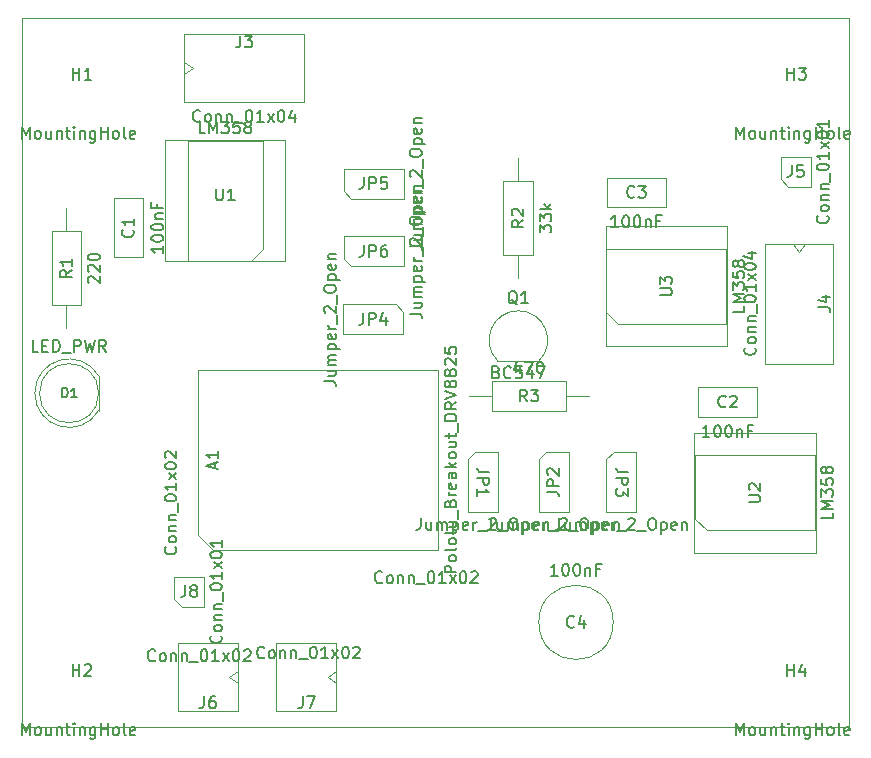
<source format=gbr>
%TF.GenerationSoftware,KiCad,Pcbnew,5.1.4-e60b266~84~ubuntu18.04.1*%
%TF.CreationDate,2020-06-02T14:46:13-03:00*%
%TF.ProjectId,Driver Motor PaP_V2.0,44726976-6572-4204-9d6f-746f72205061,2.0*%
%TF.SameCoordinates,Original*%
%TF.FileFunction,Other,Fab,Top*%
%FSLAX46Y46*%
G04 Gerber Fmt 4.6, Leading zero omitted, Abs format (unit mm)*
G04 Created by KiCad (PCBNEW 5.1.4-e60b266~84~ubuntu18.04.1) date 2020-06-02 14:46:13*
%MOMM*%
%LPD*%
G04 APERTURE LIST*
%ADD10C,0.050000*%
%ADD11C,0.100000*%
%ADD12C,0.150000*%
%ADD13C,0.200000*%
G04 APERTURE END LIST*
D10*
X75000000Y-109750000D02*
X75000000Y-49750000D01*
X145000000Y-109750000D02*
X75000000Y-109750000D01*
X145000000Y-49750000D02*
X145000000Y-109750000D01*
X75000000Y-49750000D02*
X145000000Y-49750000D01*
D11*
%TO.C,Q1*%
X115266375Y-78753625D02*
G75*
G02X117020000Y-74520000I1753625J1753625D01*
G01*
X118773625Y-78753625D02*
G75*
G03X117020000Y-74520000I-1753625J1753625D01*
G01*
X115250000Y-78750000D02*
X118750000Y-78750000D01*
%TO.C,R2*%
X117000000Y-61590000D02*
X117000000Y-63520000D01*
X117000000Y-71750000D02*
X117000000Y-69820000D01*
X115750000Y-63520000D02*
X115750000Y-69820000D01*
X118250000Y-63520000D02*
X115750000Y-63520000D01*
X118250000Y-69820000D02*
X118250000Y-63520000D01*
X115750000Y-69820000D02*
X118250000Y-69820000D01*
%TO.C,JP6*%
X102865000Y-70770000D02*
X102230000Y-70135000D01*
X107310000Y-70770000D02*
X102865000Y-70770000D01*
X107310000Y-68230000D02*
X107310000Y-70770000D01*
X102230000Y-68230000D02*
X107310000Y-68230000D01*
X102230000Y-70135000D02*
X102230000Y-68230000D01*
%TO.C,U2*%
X131920000Y-84860000D02*
X131920000Y-95020000D01*
X142200000Y-84860000D02*
X131920000Y-84860000D01*
X142200000Y-95020000D02*
X142200000Y-84860000D01*
X131920000Y-95020000D02*
X142200000Y-95020000D01*
X132980000Y-93115000D02*
X131980000Y-92115000D01*
X142140000Y-93115000D02*
X132980000Y-93115000D01*
X142140000Y-86765000D02*
X142140000Y-93115000D01*
X131980000Y-86765000D02*
X142140000Y-86765000D01*
X131980000Y-92115000D02*
X131980000Y-86765000D01*
%TO.C,A1*%
X110200000Y-94770000D02*
X91150000Y-94770000D01*
X110200000Y-79530000D02*
X110200000Y-94770000D01*
X89880000Y-79530000D02*
X110200000Y-79530000D01*
X89880000Y-93500000D02*
X89880000Y-79530000D01*
X91150000Y-94770000D02*
X89880000Y-93500000D01*
%TO.C,J6*%
X92562893Y-105500000D02*
X93270000Y-105000000D01*
X93270000Y-106000000D02*
X92562893Y-105500000D01*
X88190000Y-108420000D02*
X93270000Y-108420000D01*
X88190000Y-102620000D02*
X88190000Y-108420000D01*
X93270000Y-102620000D02*
X88190000Y-102620000D01*
X93270000Y-108420000D02*
X93270000Y-102620000D01*
%TO.C,U3*%
X124420000Y-67360000D02*
X124420000Y-77520000D01*
X134700000Y-67360000D02*
X124420000Y-67360000D01*
X134700000Y-77520000D02*
X134700000Y-67360000D01*
X124420000Y-77520000D02*
X134700000Y-77520000D01*
X125480000Y-75615000D02*
X124480000Y-74615000D01*
X134640000Y-75615000D02*
X125480000Y-75615000D01*
X134640000Y-69265000D02*
X134640000Y-75615000D01*
X124480000Y-69265000D02*
X134640000Y-69265000D01*
X124480000Y-74615000D02*
X124480000Y-69265000D01*
%TO.C,U1*%
X87110000Y-70330000D02*
X97270000Y-70330000D01*
X87110000Y-60050000D02*
X87110000Y-70330000D01*
X97270000Y-60050000D02*
X87110000Y-60050000D01*
X97270000Y-70330000D02*
X97270000Y-60050000D01*
X95365000Y-69270000D02*
X94365000Y-70270000D01*
X95365000Y-60110000D02*
X95365000Y-69270000D01*
X89015000Y-60110000D02*
X95365000Y-60110000D01*
X89015000Y-70270000D02*
X89015000Y-60110000D01*
X94365000Y-70270000D02*
X89015000Y-70270000D01*
%TO.C,R3*%
X112840000Y-81750000D02*
X114770000Y-81750000D01*
X123000000Y-81750000D02*
X121070000Y-81750000D01*
X114770000Y-83000000D02*
X121070000Y-83000000D01*
X114770000Y-80500000D02*
X114770000Y-83000000D01*
X121070000Y-80500000D02*
X114770000Y-80500000D01*
X121070000Y-83000000D02*
X121070000Y-80500000D01*
%TO.C,R1*%
X78750000Y-65840000D02*
X78750000Y-67770000D01*
X78750000Y-76000000D02*
X78750000Y-74070000D01*
X77500000Y-67770000D02*
X77500000Y-74070000D01*
X80000000Y-67770000D02*
X77500000Y-67770000D01*
X80000000Y-74070000D02*
X80000000Y-67770000D01*
X77500000Y-74070000D02*
X80000000Y-74070000D01*
%TO.C,JP5*%
X102865000Y-65020000D02*
X102230000Y-64385000D01*
X107310000Y-65020000D02*
X102865000Y-65020000D01*
X107310000Y-62480000D02*
X107310000Y-65020000D01*
X102230000Y-62480000D02*
X107310000Y-62480000D01*
X102230000Y-64385000D02*
X102230000Y-62480000D01*
%TO.C,JP4*%
X106635000Y-73980000D02*
X107270000Y-74615000D01*
X102190000Y-73980000D02*
X106635000Y-73980000D01*
X102190000Y-76520000D02*
X102190000Y-73980000D01*
X107270000Y-76520000D02*
X102190000Y-76520000D01*
X107270000Y-74615000D02*
X107270000Y-76520000D01*
%TO.C,JP3*%
X124480000Y-87115000D02*
X125115000Y-86480000D01*
X124480000Y-91560000D02*
X124480000Y-87115000D01*
X127020000Y-91560000D02*
X124480000Y-91560000D01*
X127020000Y-86480000D02*
X127020000Y-91560000D01*
X125115000Y-86480000D02*
X127020000Y-86480000D01*
%TO.C,JP2*%
X118730000Y-87115000D02*
X119365000Y-86480000D01*
X118730000Y-91560000D02*
X118730000Y-87115000D01*
X121270000Y-91560000D02*
X118730000Y-91560000D01*
X121270000Y-86480000D02*
X121270000Y-91560000D01*
X119365000Y-86480000D02*
X121270000Y-86480000D01*
%TO.C,JP1*%
X112730000Y-87115000D02*
X113365000Y-86480000D01*
X112730000Y-91560000D02*
X112730000Y-87115000D01*
X115270000Y-91560000D02*
X112730000Y-91560000D01*
X115270000Y-86480000D02*
X115270000Y-91560000D01*
X113365000Y-86480000D02*
X115270000Y-86480000D01*
%TO.C,J8*%
X88515000Y-99570000D02*
X87880000Y-98935000D01*
X90420000Y-99570000D02*
X88515000Y-99570000D01*
X90420000Y-97030000D02*
X90420000Y-99570000D01*
X87880000Y-97030000D02*
X90420000Y-97030000D01*
X87880000Y-98935000D02*
X87880000Y-97030000D01*
%TO.C,J7*%
X100912893Y-105500000D02*
X101620000Y-105000000D01*
X101620000Y-106000000D02*
X100912893Y-105500000D01*
X96540000Y-108420000D02*
X101620000Y-108420000D01*
X96540000Y-102620000D02*
X96540000Y-108420000D01*
X101620000Y-102620000D02*
X96540000Y-102620000D01*
X101620000Y-108420000D02*
X101620000Y-102620000D01*
%TO.C,J5*%
X139865000Y-64020000D02*
X139230000Y-63385000D01*
X141770000Y-64020000D02*
X139865000Y-64020000D01*
X141770000Y-61480000D02*
X141770000Y-64020000D01*
X139230000Y-61480000D02*
X141770000Y-61480000D01*
X139230000Y-63385000D02*
X139230000Y-61480000D01*
%TO.C,J4*%
X140750000Y-69537107D02*
X140250000Y-68830000D01*
X141250000Y-68830000D02*
X140750000Y-69537107D01*
X143670000Y-78990000D02*
X143670000Y-68830000D01*
X137870000Y-78990000D02*
X143670000Y-78990000D01*
X137870000Y-68830000D02*
X137870000Y-78990000D01*
X143670000Y-68830000D02*
X137870000Y-68830000D01*
%TO.C,J3*%
X89437107Y-54000000D02*
X88730000Y-54500000D01*
X88730000Y-53500000D02*
X89437107Y-54000000D01*
X98890000Y-51080000D02*
X88730000Y-51080000D01*
X98890000Y-56880000D02*
X98890000Y-51080000D01*
X88730000Y-56880000D02*
X98890000Y-56880000D01*
X88730000Y-51080000D02*
X88730000Y-56880000D01*
%TO.C,D1*%
X81480000Y-82969694D02*
X81480000Y-80030306D01*
X81480000Y-81500000D02*
G75*
G03X81480000Y-81500000I-2500000J0D01*
G01*
X81480016Y-80030334D02*
G75*
G03X81480000Y-82969694I-2500016J-1469666D01*
G01*
%TO.C,C1*%
X82750000Y-65000000D02*
X82750000Y-70000000D01*
X85250000Y-65000000D02*
X82750000Y-65000000D01*
X85250000Y-70000000D02*
X85250000Y-65000000D01*
X82750000Y-70000000D02*
X85250000Y-70000000D01*
%TO.C,C2*%
X137250000Y-81000000D02*
X132250000Y-81000000D01*
X137250000Y-83500000D02*
X137250000Y-81000000D01*
X132250000Y-83500000D02*
X137250000Y-83500000D01*
X132250000Y-81000000D02*
X132250000Y-83500000D01*
%TO.C,C3*%
X129500000Y-63250000D02*
X124500000Y-63250000D01*
X129500000Y-65750000D02*
X129500000Y-63250000D01*
X124500000Y-65750000D02*
X129500000Y-65750000D01*
X124500000Y-63250000D02*
X124500000Y-65750000D01*
%TO.C,C4*%
X125050000Y-100900000D02*
G75*
G03X125050000Y-100900000I-3150000J0D01*
G01*
%TD*%
%TO.C,Q1*%
D12*
X115162857Y-79718571D02*
X115305714Y-79766190D01*
X115353333Y-79813809D01*
X115400952Y-79909047D01*
X115400952Y-80051904D01*
X115353333Y-80147142D01*
X115305714Y-80194761D01*
X115210476Y-80242380D01*
X114829523Y-80242380D01*
X114829523Y-79242380D01*
X115162857Y-79242380D01*
X115258095Y-79290000D01*
X115305714Y-79337619D01*
X115353333Y-79432857D01*
X115353333Y-79528095D01*
X115305714Y-79623333D01*
X115258095Y-79670952D01*
X115162857Y-79718571D01*
X114829523Y-79718571D01*
X116400952Y-80147142D02*
X116353333Y-80194761D01*
X116210476Y-80242380D01*
X116115238Y-80242380D01*
X115972380Y-80194761D01*
X115877142Y-80099523D01*
X115829523Y-80004285D01*
X115781904Y-79813809D01*
X115781904Y-79670952D01*
X115829523Y-79480476D01*
X115877142Y-79385238D01*
X115972380Y-79290000D01*
X116115238Y-79242380D01*
X116210476Y-79242380D01*
X116353333Y-79290000D01*
X116400952Y-79337619D01*
X117305714Y-79242380D02*
X116829523Y-79242380D01*
X116781904Y-79718571D01*
X116829523Y-79670952D01*
X116924761Y-79623333D01*
X117162857Y-79623333D01*
X117258095Y-79670952D01*
X117305714Y-79718571D01*
X117353333Y-79813809D01*
X117353333Y-80051904D01*
X117305714Y-80147142D01*
X117258095Y-80194761D01*
X117162857Y-80242380D01*
X116924761Y-80242380D01*
X116829523Y-80194761D01*
X116781904Y-80147142D01*
X118210476Y-79575714D02*
X118210476Y-80242380D01*
X117972380Y-79194761D02*
X117734285Y-79909047D01*
X118353333Y-79909047D01*
X118639047Y-79242380D02*
X119305714Y-79242380D01*
X118877142Y-80242380D01*
X116924761Y-73987619D02*
X116829523Y-73940000D01*
X116734285Y-73844761D01*
X116591428Y-73701904D01*
X116496190Y-73654285D01*
X116400952Y-73654285D01*
X116448571Y-73892380D02*
X116353333Y-73844761D01*
X116258095Y-73749523D01*
X116210476Y-73559047D01*
X116210476Y-73225714D01*
X116258095Y-73035238D01*
X116353333Y-72940000D01*
X116448571Y-72892380D01*
X116639047Y-72892380D01*
X116734285Y-72940000D01*
X116829523Y-73035238D01*
X116877142Y-73225714D01*
X116877142Y-73559047D01*
X116829523Y-73749523D01*
X116734285Y-73844761D01*
X116639047Y-73892380D01*
X116448571Y-73892380D01*
X117829523Y-73892380D02*
X117258095Y-73892380D01*
X117543809Y-73892380D02*
X117543809Y-72892380D01*
X117448571Y-73035238D01*
X117353333Y-73130476D01*
X117258095Y-73178095D01*
%TO.C,R2*%
X118822380Y-67884285D02*
X118822380Y-67265238D01*
X119203333Y-67598571D01*
X119203333Y-67455714D01*
X119250952Y-67360476D01*
X119298571Y-67312857D01*
X119393809Y-67265238D01*
X119631904Y-67265238D01*
X119727142Y-67312857D01*
X119774761Y-67360476D01*
X119822380Y-67455714D01*
X119822380Y-67741428D01*
X119774761Y-67836666D01*
X119727142Y-67884285D01*
X118822380Y-66931904D02*
X118822380Y-66312857D01*
X119203333Y-66646190D01*
X119203333Y-66503333D01*
X119250952Y-66408095D01*
X119298571Y-66360476D01*
X119393809Y-66312857D01*
X119631904Y-66312857D01*
X119727142Y-66360476D01*
X119774761Y-66408095D01*
X119822380Y-66503333D01*
X119822380Y-66789047D01*
X119774761Y-66884285D01*
X119727142Y-66931904D01*
X119822380Y-65884285D02*
X118822380Y-65884285D01*
X119441428Y-65789047D02*
X119822380Y-65503333D01*
X119155714Y-65503333D02*
X119536666Y-65884285D01*
X117452380Y-66836666D02*
X116976190Y-67170000D01*
X117452380Y-67408095D02*
X116452380Y-67408095D01*
X116452380Y-67027142D01*
X116500000Y-66931904D01*
X116547619Y-66884285D01*
X116642857Y-66836666D01*
X116785714Y-66836666D01*
X116880952Y-66884285D01*
X116928571Y-66931904D01*
X116976190Y-67027142D01*
X116976190Y-67408095D01*
X116547619Y-66455714D02*
X116500000Y-66408095D01*
X116452380Y-66312857D01*
X116452380Y-66074761D01*
X116500000Y-65979523D01*
X116547619Y-65931904D01*
X116642857Y-65884285D01*
X116738095Y-65884285D01*
X116880952Y-65931904D01*
X117452380Y-66503333D01*
X117452380Y-65884285D01*
%TO.C,JP6*%
X107822380Y-74761904D02*
X108536666Y-74761904D01*
X108679523Y-74809523D01*
X108774761Y-74904761D01*
X108822380Y-75047619D01*
X108822380Y-75142857D01*
X108155714Y-73857142D02*
X108822380Y-73857142D01*
X108155714Y-74285714D02*
X108679523Y-74285714D01*
X108774761Y-74238095D01*
X108822380Y-74142857D01*
X108822380Y-74000000D01*
X108774761Y-73904761D01*
X108727142Y-73857142D01*
X108822380Y-73380952D02*
X108155714Y-73380952D01*
X108250952Y-73380952D02*
X108203333Y-73333333D01*
X108155714Y-73238095D01*
X108155714Y-73095238D01*
X108203333Y-73000000D01*
X108298571Y-72952380D01*
X108822380Y-72952380D01*
X108298571Y-72952380D02*
X108203333Y-72904761D01*
X108155714Y-72809523D01*
X108155714Y-72666666D01*
X108203333Y-72571428D01*
X108298571Y-72523809D01*
X108822380Y-72523809D01*
X108155714Y-72047619D02*
X109155714Y-72047619D01*
X108203333Y-72047619D02*
X108155714Y-71952380D01*
X108155714Y-71761904D01*
X108203333Y-71666666D01*
X108250952Y-71619047D01*
X108346190Y-71571428D01*
X108631904Y-71571428D01*
X108727142Y-71619047D01*
X108774761Y-71666666D01*
X108822380Y-71761904D01*
X108822380Y-71952380D01*
X108774761Y-72047619D01*
X108774761Y-70761904D02*
X108822380Y-70857142D01*
X108822380Y-71047619D01*
X108774761Y-71142857D01*
X108679523Y-71190476D01*
X108298571Y-71190476D01*
X108203333Y-71142857D01*
X108155714Y-71047619D01*
X108155714Y-70857142D01*
X108203333Y-70761904D01*
X108298571Y-70714285D01*
X108393809Y-70714285D01*
X108489047Y-71190476D01*
X108822380Y-70285714D02*
X108155714Y-70285714D01*
X108346190Y-70285714D02*
X108250952Y-70238095D01*
X108203333Y-70190476D01*
X108155714Y-70095238D01*
X108155714Y-70000000D01*
X108917619Y-69904761D02*
X108917619Y-69142857D01*
X107917619Y-68952380D02*
X107870000Y-68904761D01*
X107822380Y-68809523D01*
X107822380Y-68571428D01*
X107870000Y-68476190D01*
X107917619Y-68428571D01*
X108012857Y-68380952D01*
X108108095Y-68380952D01*
X108250952Y-68428571D01*
X108822380Y-69000000D01*
X108822380Y-68380952D01*
X108917619Y-68190476D02*
X108917619Y-67428571D01*
X107822380Y-67000000D02*
X107822380Y-66809523D01*
X107870000Y-66714285D01*
X107965238Y-66619047D01*
X108155714Y-66571428D01*
X108489047Y-66571428D01*
X108679523Y-66619047D01*
X108774761Y-66714285D01*
X108822380Y-66809523D01*
X108822380Y-67000000D01*
X108774761Y-67095238D01*
X108679523Y-67190476D01*
X108489047Y-67238095D01*
X108155714Y-67238095D01*
X107965238Y-67190476D01*
X107870000Y-67095238D01*
X107822380Y-67000000D01*
X108155714Y-66142857D02*
X109155714Y-66142857D01*
X108203333Y-66142857D02*
X108155714Y-66047619D01*
X108155714Y-65857142D01*
X108203333Y-65761904D01*
X108250952Y-65714285D01*
X108346190Y-65666666D01*
X108631904Y-65666666D01*
X108727142Y-65714285D01*
X108774761Y-65761904D01*
X108822380Y-65857142D01*
X108822380Y-66047619D01*
X108774761Y-66142857D01*
X108774761Y-64857142D02*
X108822380Y-64952380D01*
X108822380Y-65142857D01*
X108774761Y-65238095D01*
X108679523Y-65285714D01*
X108298571Y-65285714D01*
X108203333Y-65238095D01*
X108155714Y-65142857D01*
X108155714Y-64952380D01*
X108203333Y-64857142D01*
X108298571Y-64809523D01*
X108393809Y-64809523D01*
X108489047Y-65285714D01*
X108155714Y-64380952D02*
X108822380Y-64380952D01*
X108250952Y-64380952D02*
X108203333Y-64333333D01*
X108155714Y-64238095D01*
X108155714Y-64095238D01*
X108203333Y-64000000D01*
X108298571Y-63952380D01*
X108822380Y-63952380D01*
X103936666Y-68952380D02*
X103936666Y-69666666D01*
X103889047Y-69809523D01*
X103793809Y-69904761D01*
X103650952Y-69952380D01*
X103555714Y-69952380D01*
X104412857Y-69952380D02*
X104412857Y-68952380D01*
X104793809Y-68952380D01*
X104889047Y-69000000D01*
X104936666Y-69047619D01*
X104984285Y-69142857D01*
X104984285Y-69285714D01*
X104936666Y-69380952D01*
X104889047Y-69428571D01*
X104793809Y-69476190D01*
X104412857Y-69476190D01*
X105841428Y-68952380D02*
X105650952Y-68952380D01*
X105555714Y-69000000D01*
X105508095Y-69047619D01*
X105412857Y-69190476D01*
X105365238Y-69380952D01*
X105365238Y-69761904D01*
X105412857Y-69857142D01*
X105460476Y-69904761D01*
X105555714Y-69952380D01*
X105746190Y-69952380D01*
X105841428Y-69904761D01*
X105889047Y-69857142D01*
X105936666Y-69761904D01*
X105936666Y-69523809D01*
X105889047Y-69428571D01*
X105841428Y-69380952D01*
X105746190Y-69333333D01*
X105555714Y-69333333D01*
X105460476Y-69380952D01*
X105412857Y-69428571D01*
X105365238Y-69523809D01*
%TO.C,U2*%
X143652380Y-91630476D02*
X143652380Y-92106666D01*
X142652380Y-92106666D01*
X143652380Y-91297142D02*
X142652380Y-91297142D01*
X143366666Y-90963809D01*
X142652380Y-90630476D01*
X143652380Y-90630476D01*
X142652380Y-90249523D02*
X142652380Y-89630476D01*
X143033333Y-89963809D01*
X143033333Y-89820952D01*
X143080952Y-89725714D01*
X143128571Y-89678095D01*
X143223809Y-89630476D01*
X143461904Y-89630476D01*
X143557142Y-89678095D01*
X143604761Y-89725714D01*
X143652380Y-89820952D01*
X143652380Y-90106666D01*
X143604761Y-90201904D01*
X143557142Y-90249523D01*
X142652380Y-88725714D02*
X142652380Y-89201904D01*
X143128571Y-89249523D01*
X143080952Y-89201904D01*
X143033333Y-89106666D01*
X143033333Y-88868571D01*
X143080952Y-88773333D01*
X143128571Y-88725714D01*
X143223809Y-88678095D01*
X143461904Y-88678095D01*
X143557142Y-88725714D01*
X143604761Y-88773333D01*
X143652380Y-88868571D01*
X143652380Y-89106666D01*
X143604761Y-89201904D01*
X143557142Y-89249523D01*
X143080952Y-88106666D02*
X143033333Y-88201904D01*
X142985714Y-88249523D01*
X142890476Y-88297142D01*
X142842857Y-88297142D01*
X142747619Y-88249523D01*
X142700000Y-88201904D01*
X142652380Y-88106666D01*
X142652380Y-87916190D01*
X142700000Y-87820952D01*
X142747619Y-87773333D01*
X142842857Y-87725714D01*
X142890476Y-87725714D01*
X142985714Y-87773333D01*
X143033333Y-87820952D01*
X143080952Y-87916190D01*
X143080952Y-88106666D01*
X143128571Y-88201904D01*
X143176190Y-88249523D01*
X143271428Y-88297142D01*
X143461904Y-88297142D01*
X143557142Y-88249523D01*
X143604761Y-88201904D01*
X143652380Y-88106666D01*
X143652380Y-87916190D01*
X143604761Y-87820952D01*
X143557142Y-87773333D01*
X143461904Y-87725714D01*
X143271428Y-87725714D01*
X143176190Y-87773333D01*
X143128571Y-87820952D01*
X143080952Y-87916190D01*
X136512380Y-90701904D02*
X137321904Y-90701904D01*
X137417142Y-90654285D01*
X137464761Y-90606666D01*
X137512380Y-90511428D01*
X137512380Y-90320952D01*
X137464761Y-90225714D01*
X137417142Y-90178095D01*
X137321904Y-90130476D01*
X136512380Y-90130476D01*
X136607619Y-89701904D02*
X136560000Y-89654285D01*
X136512380Y-89559047D01*
X136512380Y-89320952D01*
X136560000Y-89225714D01*
X136607619Y-89178095D01*
X136702857Y-89130476D01*
X136798095Y-89130476D01*
X136940952Y-89178095D01*
X137512380Y-89749523D01*
X137512380Y-89130476D01*
%TO.C,A1*%
X111772380Y-96673809D02*
X110772380Y-96673809D01*
X110772380Y-96292857D01*
X110820000Y-96197619D01*
X110867619Y-96150000D01*
X110962857Y-96102380D01*
X111105714Y-96102380D01*
X111200952Y-96150000D01*
X111248571Y-96197619D01*
X111296190Y-96292857D01*
X111296190Y-96673809D01*
X111772380Y-95530952D02*
X111724761Y-95626190D01*
X111677142Y-95673809D01*
X111581904Y-95721428D01*
X111296190Y-95721428D01*
X111200952Y-95673809D01*
X111153333Y-95626190D01*
X111105714Y-95530952D01*
X111105714Y-95388095D01*
X111153333Y-95292857D01*
X111200952Y-95245238D01*
X111296190Y-95197619D01*
X111581904Y-95197619D01*
X111677142Y-95245238D01*
X111724761Y-95292857D01*
X111772380Y-95388095D01*
X111772380Y-95530952D01*
X111772380Y-94626190D02*
X111724761Y-94721428D01*
X111629523Y-94769047D01*
X110772380Y-94769047D01*
X111772380Y-94102380D02*
X111724761Y-94197619D01*
X111677142Y-94245238D01*
X111581904Y-94292857D01*
X111296190Y-94292857D01*
X111200952Y-94245238D01*
X111153333Y-94197619D01*
X111105714Y-94102380D01*
X111105714Y-93959523D01*
X111153333Y-93864285D01*
X111200952Y-93816666D01*
X111296190Y-93769047D01*
X111581904Y-93769047D01*
X111677142Y-93816666D01*
X111724761Y-93864285D01*
X111772380Y-93959523D01*
X111772380Y-94102380D01*
X111772380Y-93197619D02*
X111724761Y-93292857D01*
X111629523Y-93340476D01*
X110772380Y-93340476D01*
X111105714Y-92388095D02*
X111772380Y-92388095D01*
X111105714Y-92816666D02*
X111629523Y-92816666D01*
X111724761Y-92769047D01*
X111772380Y-92673809D01*
X111772380Y-92530952D01*
X111724761Y-92435714D01*
X111677142Y-92388095D01*
X111867619Y-92150000D02*
X111867619Y-91388095D01*
X111248571Y-90816666D02*
X111296190Y-90673809D01*
X111343809Y-90626190D01*
X111439047Y-90578571D01*
X111581904Y-90578571D01*
X111677142Y-90626190D01*
X111724761Y-90673809D01*
X111772380Y-90769047D01*
X111772380Y-91150000D01*
X110772380Y-91150000D01*
X110772380Y-90816666D01*
X110820000Y-90721428D01*
X110867619Y-90673809D01*
X110962857Y-90626190D01*
X111058095Y-90626190D01*
X111153333Y-90673809D01*
X111200952Y-90721428D01*
X111248571Y-90816666D01*
X111248571Y-91150000D01*
X111772380Y-90150000D02*
X111105714Y-90150000D01*
X111296190Y-90150000D02*
X111200952Y-90102380D01*
X111153333Y-90054761D01*
X111105714Y-89959523D01*
X111105714Y-89864285D01*
X111724761Y-89150000D02*
X111772380Y-89245238D01*
X111772380Y-89435714D01*
X111724761Y-89530952D01*
X111629523Y-89578571D01*
X111248571Y-89578571D01*
X111153333Y-89530952D01*
X111105714Y-89435714D01*
X111105714Y-89245238D01*
X111153333Y-89150000D01*
X111248571Y-89102380D01*
X111343809Y-89102380D01*
X111439047Y-89578571D01*
X111772380Y-88245238D02*
X111248571Y-88245238D01*
X111153333Y-88292857D01*
X111105714Y-88388095D01*
X111105714Y-88578571D01*
X111153333Y-88673809D01*
X111724761Y-88245238D02*
X111772380Y-88340476D01*
X111772380Y-88578571D01*
X111724761Y-88673809D01*
X111629523Y-88721428D01*
X111534285Y-88721428D01*
X111439047Y-88673809D01*
X111391428Y-88578571D01*
X111391428Y-88340476D01*
X111343809Y-88245238D01*
X111772380Y-87769047D02*
X110772380Y-87769047D01*
X111391428Y-87673809D02*
X111772380Y-87388095D01*
X111105714Y-87388095D02*
X111486666Y-87769047D01*
X111772380Y-86816666D02*
X111724761Y-86911904D01*
X111677142Y-86959523D01*
X111581904Y-87007142D01*
X111296190Y-87007142D01*
X111200952Y-86959523D01*
X111153333Y-86911904D01*
X111105714Y-86816666D01*
X111105714Y-86673809D01*
X111153333Y-86578571D01*
X111200952Y-86530952D01*
X111296190Y-86483333D01*
X111581904Y-86483333D01*
X111677142Y-86530952D01*
X111724761Y-86578571D01*
X111772380Y-86673809D01*
X111772380Y-86816666D01*
X111105714Y-85626190D02*
X111772380Y-85626190D01*
X111105714Y-86054761D02*
X111629523Y-86054761D01*
X111724761Y-86007142D01*
X111772380Y-85911904D01*
X111772380Y-85769047D01*
X111724761Y-85673809D01*
X111677142Y-85626190D01*
X111105714Y-85292857D02*
X111105714Y-84911904D01*
X110772380Y-85150000D02*
X111629523Y-85150000D01*
X111724761Y-85102380D01*
X111772380Y-85007142D01*
X111772380Y-84911904D01*
X111867619Y-84816666D02*
X111867619Y-84054761D01*
X111772380Y-83816666D02*
X110772380Y-83816666D01*
X110772380Y-83578571D01*
X110820000Y-83435714D01*
X110915238Y-83340476D01*
X111010476Y-83292857D01*
X111200952Y-83245238D01*
X111343809Y-83245238D01*
X111534285Y-83292857D01*
X111629523Y-83340476D01*
X111724761Y-83435714D01*
X111772380Y-83578571D01*
X111772380Y-83816666D01*
X111772380Y-82245238D02*
X111296190Y-82578571D01*
X111772380Y-82816666D02*
X110772380Y-82816666D01*
X110772380Y-82435714D01*
X110820000Y-82340476D01*
X110867619Y-82292857D01*
X110962857Y-82245238D01*
X111105714Y-82245238D01*
X111200952Y-82292857D01*
X111248571Y-82340476D01*
X111296190Y-82435714D01*
X111296190Y-82816666D01*
X110772380Y-81959523D02*
X111772380Y-81626190D01*
X110772380Y-81292857D01*
X111200952Y-80816666D02*
X111153333Y-80911904D01*
X111105714Y-80959523D01*
X111010476Y-81007142D01*
X110962857Y-81007142D01*
X110867619Y-80959523D01*
X110820000Y-80911904D01*
X110772380Y-80816666D01*
X110772380Y-80626190D01*
X110820000Y-80530952D01*
X110867619Y-80483333D01*
X110962857Y-80435714D01*
X111010476Y-80435714D01*
X111105714Y-80483333D01*
X111153333Y-80530952D01*
X111200952Y-80626190D01*
X111200952Y-80816666D01*
X111248571Y-80911904D01*
X111296190Y-80959523D01*
X111391428Y-81007142D01*
X111581904Y-81007142D01*
X111677142Y-80959523D01*
X111724761Y-80911904D01*
X111772380Y-80816666D01*
X111772380Y-80626190D01*
X111724761Y-80530952D01*
X111677142Y-80483333D01*
X111581904Y-80435714D01*
X111391428Y-80435714D01*
X111296190Y-80483333D01*
X111248571Y-80530952D01*
X111200952Y-80626190D01*
X111200952Y-79864285D02*
X111153333Y-79959523D01*
X111105714Y-80007142D01*
X111010476Y-80054761D01*
X110962857Y-80054761D01*
X110867619Y-80007142D01*
X110820000Y-79959523D01*
X110772380Y-79864285D01*
X110772380Y-79673809D01*
X110820000Y-79578571D01*
X110867619Y-79530952D01*
X110962857Y-79483333D01*
X111010476Y-79483333D01*
X111105714Y-79530952D01*
X111153333Y-79578571D01*
X111200952Y-79673809D01*
X111200952Y-79864285D01*
X111248571Y-79959523D01*
X111296190Y-80007142D01*
X111391428Y-80054761D01*
X111581904Y-80054761D01*
X111677142Y-80007142D01*
X111724761Y-79959523D01*
X111772380Y-79864285D01*
X111772380Y-79673809D01*
X111724761Y-79578571D01*
X111677142Y-79530952D01*
X111581904Y-79483333D01*
X111391428Y-79483333D01*
X111296190Y-79530952D01*
X111248571Y-79578571D01*
X111200952Y-79673809D01*
X110867619Y-79102380D02*
X110820000Y-79054761D01*
X110772380Y-78959523D01*
X110772380Y-78721428D01*
X110820000Y-78626190D01*
X110867619Y-78578571D01*
X110962857Y-78530952D01*
X111058095Y-78530952D01*
X111200952Y-78578571D01*
X111772380Y-79150000D01*
X111772380Y-78530952D01*
X110772380Y-77626190D02*
X110772380Y-78102380D01*
X111248571Y-78150000D01*
X111200952Y-78102380D01*
X111153333Y-78007142D01*
X111153333Y-77769047D01*
X111200952Y-77673809D01*
X111248571Y-77626190D01*
X111343809Y-77578571D01*
X111581904Y-77578571D01*
X111677142Y-77626190D01*
X111724761Y-77673809D01*
X111772380Y-77769047D01*
X111772380Y-78007142D01*
X111724761Y-78102380D01*
X111677142Y-78150000D01*
X91316666Y-87864285D02*
X91316666Y-87388095D01*
X91602380Y-87959523D02*
X90602380Y-87626190D01*
X91602380Y-87292857D01*
X91602380Y-86435714D02*
X91602380Y-87007142D01*
X91602380Y-86721428D02*
X90602380Y-86721428D01*
X90745238Y-86816666D01*
X90840476Y-86911904D01*
X90888095Y-87007142D01*
%TO.C,J6*%
X86261904Y-104107142D02*
X86214285Y-104154761D01*
X86071428Y-104202380D01*
X85976190Y-104202380D01*
X85833333Y-104154761D01*
X85738095Y-104059523D01*
X85690476Y-103964285D01*
X85642857Y-103773809D01*
X85642857Y-103630952D01*
X85690476Y-103440476D01*
X85738095Y-103345238D01*
X85833333Y-103250000D01*
X85976190Y-103202380D01*
X86071428Y-103202380D01*
X86214285Y-103250000D01*
X86261904Y-103297619D01*
X86833333Y-104202380D02*
X86738095Y-104154761D01*
X86690476Y-104107142D01*
X86642857Y-104011904D01*
X86642857Y-103726190D01*
X86690476Y-103630952D01*
X86738095Y-103583333D01*
X86833333Y-103535714D01*
X86976190Y-103535714D01*
X87071428Y-103583333D01*
X87119047Y-103630952D01*
X87166666Y-103726190D01*
X87166666Y-104011904D01*
X87119047Y-104107142D01*
X87071428Y-104154761D01*
X86976190Y-104202380D01*
X86833333Y-104202380D01*
X87595238Y-103535714D02*
X87595238Y-104202380D01*
X87595238Y-103630952D02*
X87642857Y-103583333D01*
X87738095Y-103535714D01*
X87880952Y-103535714D01*
X87976190Y-103583333D01*
X88023809Y-103678571D01*
X88023809Y-104202380D01*
X88500000Y-103535714D02*
X88500000Y-104202380D01*
X88500000Y-103630952D02*
X88547619Y-103583333D01*
X88642857Y-103535714D01*
X88785714Y-103535714D01*
X88880952Y-103583333D01*
X88928571Y-103678571D01*
X88928571Y-104202380D01*
X89166666Y-104297619D02*
X89928571Y-104297619D01*
X90357142Y-103202380D02*
X90452380Y-103202380D01*
X90547619Y-103250000D01*
X90595238Y-103297619D01*
X90642857Y-103392857D01*
X90690476Y-103583333D01*
X90690476Y-103821428D01*
X90642857Y-104011904D01*
X90595238Y-104107142D01*
X90547619Y-104154761D01*
X90452380Y-104202380D01*
X90357142Y-104202380D01*
X90261904Y-104154761D01*
X90214285Y-104107142D01*
X90166666Y-104011904D01*
X90119047Y-103821428D01*
X90119047Y-103583333D01*
X90166666Y-103392857D01*
X90214285Y-103297619D01*
X90261904Y-103250000D01*
X90357142Y-103202380D01*
X91642857Y-104202380D02*
X91071428Y-104202380D01*
X91357142Y-104202380D02*
X91357142Y-103202380D01*
X91261904Y-103345238D01*
X91166666Y-103440476D01*
X91071428Y-103488095D01*
X91976190Y-104202380D02*
X92500000Y-103535714D01*
X91976190Y-103535714D02*
X92500000Y-104202380D01*
X93071428Y-103202380D02*
X93166666Y-103202380D01*
X93261904Y-103250000D01*
X93309523Y-103297619D01*
X93357142Y-103392857D01*
X93404761Y-103583333D01*
X93404761Y-103821428D01*
X93357142Y-104011904D01*
X93309523Y-104107142D01*
X93261904Y-104154761D01*
X93166666Y-104202380D01*
X93071428Y-104202380D01*
X92976190Y-104154761D01*
X92928571Y-104107142D01*
X92880952Y-104011904D01*
X92833333Y-103821428D01*
X92833333Y-103583333D01*
X92880952Y-103392857D01*
X92928571Y-103297619D01*
X92976190Y-103250000D01*
X93071428Y-103202380D01*
X93785714Y-103297619D02*
X93833333Y-103250000D01*
X93928571Y-103202380D01*
X94166666Y-103202380D01*
X94261904Y-103250000D01*
X94309523Y-103297619D01*
X94357142Y-103392857D01*
X94357142Y-103488095D01*
X94309523Y-103630952D01*
X93738095Y-104202380D01*
X94357142Y-104202380D01*
X90396666Y-107172380D02*
X90396666Y-107886666D01*
X90349047Y-108029523D01*
X90253809Y-108124761D01*
X90110952Y-108172380D01*
X90015714Y-108172380D01*
X91301428Y-107172380D02*
X91110952Y-107172380D01*
X91015714Y-107220000D01*
X90968095Y-107267619D01*
X90872857Y-107410476D01*
X90825238Y-107600952D01*
X90825238Y-107981904D01*
X90872857Y-108077142D01*
X90920476Y-108124761D01*
X91015714Y-108172380D01*
X91206190Y-108172380D01*
X91301428Y-108124761D01*
X91349047Y-108077142D01*
X91396666Y-107981904D01*
X91396666Y-107743809D01*
X91349047Y-107648571D01*
X91301428Y-107600952D01*
X91206190Y-107553333D01*
X91015714Y-107553333D01*
X90920476Y-107600952D01*
X90872857Y-107648571D01*
X90825238Y-107743809D01*
%TO.C,U3*%
X136152380Y-74130476D02*
X136152380Y-74606666D01*
X135152380Y-74606666D01*
X136152380Y-73797142D02*
X135152380Y-73797142D01*
X135866666Y-73463809D01*
X135152380Y-73130476D01*
X136152380Y-73130476D01*
X135152380Y-72749523D02*
X135152380Y-72130476D01*
X135533333Y-72463809D01*
X135533333Y-72320952D01*
X135580952Y-72225714D01*
X135628571Y-72178095D01*
X135723809Y-72130476D01*
X135961904Y-72130476D01*
X136057142Y-72178095D01*
X136104761Y-72225714D01*
X136152380Y-72320952D01*
X136152380Y-72606666D01*
X136104761Y-72701904D01*
X136057142Y-72749523D01*
X135152380Y-71225714D02*
X135152380Y-71701904D01*
X135628571Y-71749523D01*
X135580952Y-71701904D01*
X135533333Y-71606666D01*
X135533333Y-71368571D01*
X135580952Y-71273333D01*
X135628571Y-71225714D01*
X135723809Y-71178095D01*
X135961904Y-71178095D01*
X136057142Y-71225714D01*
X136104761Y-71273333D01*
X136152380Y-71368571D01*
X136152380Y-71606666D01*
X136104761Y-71701904D01*
X136057142Y-71749523D01*
X135580952Y-70606666D02*
X135533333Y-70701904D01*
X135485714Y-70749523D01*
X135390476Y-70797142D01*
X135342857Y-70797142D01*
X135247619Y-70749523D01*
X135200000Y-70701904D01*
X135152380Y-70606666D01*
X135152380Y-70416190D01*
X135200000Y-70320952D01*
X135247619Y-70273333D01*
X135342857Y-70225714D01*
X135390476Y-70225714D01*
X135485714Y-70273333D01*
X135533333Y-70320952D01*
X135580952Y-70416190D01*
X135580952Y-70606666D01*
X135628571Y-70701904D01*
X135676190Y-70749523D01*
X135771428Y-70797142D01*
X135961904Y-70797142D01*
X136057142Y-70749523D01*
X136104761Y-70701904D01*
X136152380Y-70606666D01*
X136152380Y-70416190D01*
X136104761Y-70320952D01*
X136057142Y-70273333D01*
X135961904Y-70225714D01*
X135771428Y-70225714D01*
X135676190Y-70273333D01*
X135628571Y-70320952D01*
X135580952Y-70416190D01*
X129012380Y-73201904D02*
X129821904Y-73201904D01*
X129917142Y-73154285D01*
X129964761Y-73106666D01*
X130012380Y-73011428D01*
X130012380Y-72820952D01*
X129964761Y-72725714D01*
X129917142Y-72678095D01*
X129821904Y-72630476D01*
X129012380Y-72630476D01*
X129012380Y-72249523D02*
X129012380Y-71630476D01*
X129393333Y-71963809D01*
X129393333Y-71820952D01*
X129440952Y-71725714D01*
X129488571Y-71678095D01*
X129583809Y-71630476D01*
X129821904Y-71630476D01*
X129917142Y-71678095D01*
X129964761Y-71725714D01*
X130012380Y-71820952D01*
X130012380Y-72106666D01*
X129964761Y-72201904D01*
X129917142Y-72249523D01*
%TO.C,U1*%
X90499523Y-59502380D02*
X90023333Y-59502380D01*
X90023333Y-58502380D01*
X90832857Y-59502380D02*
X90832857Y-58502380D01*
X91166190Y-59216666D01*
X91499523Y-58502380D01*
X91499523Y-59502380D01*
X91880476Y-58502380D02*
X92499523Y-58502380D01*
X92166190Y-58883333D01*
X92309047Y-58883333D01*
X92404285Y-58930952D01*
X92451904Y-58978571D01*
X92499523Y-59073809D01*
X92499523Y-59311904D01*
X92451904Y-59407142D01*
X92404285Y-59454761D01*
X92309047Y-59502380D01*
X92023333Y-59502380D01*
X91928095Y-59454761D01*
X91880476Y-59407142D01*
X93404285Y-58502380D02*
X92928095Y-58502380D01*
X92880476Y-58978571D01*
X92928095Y-58930952D01*
X93023333Y-58883333D01*
X93261428Y-58883333D01*
X93356666Y-58930952D01*
X93404285Y-58978571D01*
X93451904Y-59073809D01*
X93451904Y-59311904D01*
X93404285Y-59407142D01*
X93356666Y-59454761D01*
X93261428Y-59502380D01*
X93023333Y-59502380D01*
X92928095Y-59454761D01*
X92880476Y-59407142D01*
X94023333Y-58930952D02*
X93928095Y-58883333D01*
X93880476Y-58835714D01*
X93832857Y-58740476D01*
X93832857Y-58692857D01*
X93880476Y-58597619D01*
X93928095Y-58550000D01*
X94023333Y-58502380D01*
X94213809Y-58502380D01*
X94309047Y-58550000D01*
X94356666Y-58597619D01*
X94404285Y-58692857D01*
X94404285Y-58740476D01*
X94356666Y-58835714D01*
X94309047Y-58883333D01*
X94213809Y-58930952D01*
X94023333Y-58930952D01*
X93928095Y-58978571D01*
X93880476Y-59026190D01*
X93832857Y-59121428D01*
X93832857Y-59311904D01*
X93880476Y-59407142D01*
X93928095Y-59454761D01*
X94023333Y-59502380D01*
X94213809Y-59502380D01*
X94309047Y-59454761D01*
X94356666Y-59407142D01*
X94404285Y-59311904D01*
X94404285Y-59121428D01*
X94356666Y-59026190D01*
X94309047Y-58978571D01*
X94213809Y-58930952D01*
X91428095Y-64182380D02*
X91428095Y-64991904D01*
X91475714Y-65087142D01*
X91523333Y-65134761D01*
X91618571Y-65182380D01*
X91809047Y-65182380D01*
X91904285Y-65134761D01*
X91951904Y-65087142D01*
X91999523Y-64991904D01*
X91999523Y-64182380D01*
X92999523Y-65182380D02*
X92428095Y-65182380D01*
X92713809Y-65182380D02*
X92713809Y-64182380D01*
X92618571Y-64325238D01*
X92523333Y-64420476D01*
X92428095Y-64468095D01*
%TO.C,R3*%
X117158095Y-79165714D02*
X117158095Y-79832380D01*
X116920000Y-78784761D02*
X116681904Y-79499047D01*
X117300952Y-79499047D01*
X117586666Y-78832380D02*
X118253333Y-78832380D01*
X117824761Y-79832380D01*
X118824761Y-78832380D02*
X118920000Y-78832380D01*
X119015238Y-78880000D01*
X119062857Y-78927619D01*
X119110476Y-79022857D01*
X119158095Y-79213333D01*
X119158095Y-79451428D01*
X119110476Y-79641904D01*
X119062857Y-79737142D01*
X119015238Y-79784761D01*
X118920000Y-79832380D01*
X118824761Y-79832380D01*
X118729523Y-79784761D01*
X118681904Y-79737142D01*
X118634285Y-79641904D01*
X118586666Y-79451428D01*
X118586666Y-79213333D01*
X118634285Y-79022857D01*
X118681904Y-78927619D01*
X118729523Y-78880000D01*
X118824761Y-78832380D01*
X117753333Y-82202380D02*
X117420000Y-81726190D01*
X117181904Y-82202380D02*
X117181904Y-81202380D01*
X117562857Y-81202380D01*
X117658095Y-81250000D01*
X117705714Y-81297619D01*
X117753333Y-81392857D01*
X117753333Y-81535714D01*
X117705714Y-81630952D01*
X117658095Y-81678571D01*
X117562857Y-81726190D01*
X117181904Y-81726190D01*
X118086666Y-81202380D02*
X118705714Y-81202380D01*
X118372380Y-81583333D01*
X118515238Y-81583333D01*
X118610476Y-81630952D01*
X118658095Y-81678571D01*
X118705714Y-81773809D01*
X118705714Y-82011904D01*
X118658095Y-82107142D01*
X118610476Y-82154761D01*
X118515238Y-82202380D01*
X118229523Y-82202380D01*
X118134285Y-82154761D01*
X118086666Y-82107142D01*
%TO.C,R1*%
X80667619Y-72158095D02*
X80620000Y-72110476D01*
X80572380Y-72015238D01*
X80572380Y-71777142D01*
X80620000Y-71681904D01*
X80667619Y-71634285D01*
X80762857Y-71586666D01*
X80858095Y-71586666D01*
X81000952Y-71634285D01*
X81572380Y-72205714D01*
X81572380Y-71586666D01*
X80667619Y-71205714D02*
X80620000Y-71158095D01*
X80572380Y-71062857D01*
X80572380Y-70824761D01*
X80620000Y-70729523D01*
X80667619Y-70681904D01*
X80762857Y-70634285D01*
X80858095Y-70634285D01*
X81000952Y-70681904D01*
X81572380Y-71253333D01*
X81572380Y-70634285D01*
X80572380Y-70015238D02*
X80572380Y-69920000D01*
X80620000Y-69824761D01*
X80667619Y-69777142D01*
X80762857Y-69729523D01*
X80953333Y-69681904D01*
X81191428Y-69681904D01*
X81381904Y-69729523D01*
X81477142Y-69777142D01*
X81524761Y-69824761D01*
X81572380Y-69920000D01*
X81572380Y-70015238D01*
X81524761Y-70110476D01*
X81477142Y-70158095D01*
X81381904Y-70205714D01*
X81191428Y-70253333D01*
X80953333Y-70253333D01*
X80762857Y-70205714D01*
X80667619Y-70158095D01*
X80620000Y-70110476D01*
X80572380Y-70015238D01*
X79202380Y-71086666D02*
X78726190Y-71420000D01*
X79202380Y-71658095D02*
X78202380Y-71658095D01*
X78202380Y-71277142D01*
X78250000Y-71181904D01*
X78297619Y-71134285D01*
X78392857Y-71086666D01*
X78535714Y-71086666D01*
X78630952Y-71134285D01*
X78678571Y-71181904D01*
X78726190Y-71277142D01*
X78726190Y-71658095D01*
X79202380Y-70134285D02*
X79202380Y-70705714D01*
X79202380Y-70420000D02*
X78202380Y-70420000D01*
X78345238Y-70515238D01*
X78440476Y-70610476D01*
X78488095Y-70705714D01*
%TO.C,JP5*%
X107822380Y-69011904D02*
X108536666Y-69011904D01*
X108679523Y-69059523D01*
X108774761Y-69154761D01*
X108822380Y-69297619D01*
X108822380Y-69392857D01*
X108155714Y-68107142D02*
X108822380Y-68107142D01*
X108155714Y-68535714D02*
X108679523Y-68535714D01*
X108774761Y-68488095D01*
X108822380Y-68392857D01*
X108822380Y-68250000D01*
X108774761Y-68154761D01*
X108727142Y-68107142D01*
X108822380Y-67630952D02*
X108155714Y-67630952D01*
X108250952Y-67630952D02*
X108203333Y-67583333D01*
X108155714Y-67488095D01*
X108155714Y-67345238D01*
X108203333Y-67250000D01*
X108298571Y-67202380D01*
X108822380Y-67202380D01*
X108298571Y-67202380D02*
X108203333Y-67154761D01*
X108155714Y-67059523D01*
X108155714Y-66916666D01*
X108203333Y-66821428D01*
X108298571Y-66773809D01*
X108822380Y-66773809D01*
X108155714Y-66297619D02*
X109155714Y-66297619D01*
X108203333Y-66297619D02*
X108155714Y-66202380D01*
X108155714Y-66011904D01*
X108203333Y-65916666D01*
X108250952Y-65869047D01*
X108346190Y-65821428D01*
X108631904Y-65821428D01*
X108727142Y-65869047D01*
X108774761Y-65916666D01*
X108822380Y-66011904D01*
X108822380Y-66202380D01*
X108774761Y-66297619D01*
X108774761Y-65011904D02*
X108822380Y-65107142D01*
X108822380Y-65297619D01*
X108774761Y-65392857D01*
X108679523Y-65440476D01*
X108298571Y-65440476D01*
X108203333Y-65392857D01*
X108155714Y-65297619D01*
X108155714Y-65107142D01*
X108203333Y-65011904D01*
X108298571Y-64964285D01*
X108393809Y-64964285D01*
X108489047Y-65440476D01*
X108822380Y-64535714D02*
X108155714Y-64535714D01*
X108346190Y-64535714D02*
X108250952Y-64488095D01*
X108203333Y-64440476D01*
X108155714Y-64345238D01*
X108155714Y-64250000D01*
X108917619Y-64154761D02*
X108917619Y-63392857D01*
X107917619Y-63202380D02*
X107870000Y-63154761D01*
X107822380Y-63059523D01*
X107822380Y-62821428D01*
X107870000Y-62726190D01*
X107917619Y-62678571D01*
X108012857Y-62630952D01*
X108108095Y-62630952D01*
X108250952Y-62678571D01*
X108822380Y-63250000D01*
X108822380Y-62630952D01*
X108917619Y-62440476D02*
X108917619Y-61678571D01*
X107822380Y-61250000D02*
X107822380Y-61059523D01*
X107870000Y-60964285D01*
X107965238Y-60869047D01*
X108155714Y-60821428D01*
X108489047Y-60821428D01*
X108679523Y-60869047D01*
X108774761Y-60964285D01*
X108822380Y-61059523D01*
X108822380Y-61250000D01*
X108774761Y-61345238D01*
X108679523Y-61440476D01*
X108489047Y-61488095D01*
X108155714Y-61488095D01*
X107965238Y-61440476D01*
X107870000Y-61345238D01*
X107822380Y-61250000D01*
X108155714Y-60392857D02*
X109155714Y-60392857D01*
X108203333Y-60392857D02*
X108155714Y-60297619D01*
X108155714Y-60107142D01*
X108203333Y-60011904D01*
X108250952Y-59964285D01*
X108346190Y-59916666D01*
X108631904Y-59916666D01*
X108727142Y-59964285D01*
X108774761Y-60011904D01*
X108822380Y-60107142D01*
X108822380Y-60297619D01*
X108774761Y-60392857D01*
X108774761Y-59107142D02*
X108822380Y-59202380D01*
X108822380Y-59392857D01*
X108774761Y-59488095D01*
X108679523Y-59535714D01*
X108298571Y-59535714D01*
X108203333Y-59488095D01*
X108155714Y-59392857D01*
X108155714Y-59202380D01*
X108203333Y-59107142D01*
X108298571Y-59059523D01*
X108393809Y-59059523D01*
X108489047Y-59535714D01*
X108155714Y-58630952D02*
X108822380Y-58630952D01*
X108250952Y-58630952D02*
X108203333Y-58583333D01*
X108155714Y-58488095D01*
X108155714Y-58345238D01*
X108203333Y-58250000D01*
X108298571Y-58202380D01*
X108822380Y-58202380D01*
X103936666Y-63202380D02*
X103936666Y-63916666D01*
X103889047Y-64059523D01*
X103793809Y-64154761D01*
X103650952Y-64202380D01*
X103555714Y-64202380D01*
X104412857Y-64202380D02*
X104412857Y-63202380D01*
X104793809Y-63202380D01*
X104889047Y-63250000D01*
X104936666Y-63297619D01*
X104984285Y-63392857D01*
X104984285Y-63535714D01*
X104936666Y-63630952D01*
X104889047Y-63678571D01*
X104793809Y-63726190D01*
X104412857Y-63726190D01*
X105889047Y-63202380D02*
X105412857Y-63202380D01*
X105365238Y-63678571D01*
X105412857Y-63630952D01*
X105508095Y-63583333D01*
X105746190Y-63583333D01*
X105841428Y-63630952D01*
X105889047Y-63678571D01*
X105936666Y-63773809D01*
X105936666Y-64011904D01*
X105889047Y-64107142D01*
X105841428Y-64154761D01*
X105746190Y-64202380D01*
X105508095Y-64202380D01*
X105412857Y-64154761D01*
X105365238Y-64107142D01*
%TO.C,JP4*%
X100582380Y-80511904D02*
X101296666Y-80511904D01*
X101439523Y-80559523D01*
X101534761Y-80654761D01*
X101582380Y-80797619D01*
X101582380Y-80892857D01*
X100915714Y-79607142D02*
X101582380Y-79607142D01*
X100915714Y-80035714D02*
X101439523Y-80035714D01*
X101534761Y-79988095D01*
X101582380Y-79892857D01*
X101582380Y-79750000D01*
X101534761Y-79654761D01*
X101487142Y-79607142D01*
X101582380Y-79130952D02*
X100915714Y-79130952D01*
X101010952Y-79130952D02*
X100963333Y-79083333D01*
X100915714Y-78988095D01*
X100915714Y-78845238D01*
X100963333Y-78750000D01*
X101058571Y-78702380D01*
X101582380Y-78702380D01*
X101058571Y-78702380D02*
X100963333Y-78654761D01*
X100915714Y-78559523D01*
X100915714Y-78416666D01*
X100963333Y-78321428D01*
X101058571Y-78273809D01*
X101582380Y-78273809D01*
X100915714Y-77797619D02*
X101915714Y-77797619D01*
X100963333Y-77797619D02*
X100915714Y-77702380D01*
X100915714Y-77511904D01*
X100963333Y-77416666D01*
X101010952Y-77369047D01*
X101106190Y-77321428D01*
X101391904Y-77321428D01*
X101487142Y-77369047D01*
X101534761Y-77416666D01*
X101582380Y-77511904D01*
X101582380Y-77702380D01*
X101534761Y-77797619D01*
X101534761Y-76511904D02*
X101582380Y-76607142D01*
X101582380Y-76797619D01*
X101534761Y-76892857D01*
X101439523Y-76940476D01*
X101058571Y-76940476D01*
X100963333Y-76892857D01*
X100915714Y-76797619D01*
X100915714Y-76607142D01*
X100963333Y-76511904D01*
X101058571Y-76464285D01*
X101153809Y-76464285D01*
X101249047Y-76940476D01*
X101582380Y-76035714D02*
X100915714Y-76035714D01*
X101106190Y-76035714D02*
X101010952Y-75988095D01*
X100963333Y-75940476D01*
X100915714Y-75845238D01*
X100915714Y-75750000D01*
X101677619Y-75654761D02*
X101677619Y-74892857D01*
X100677619Y-74702380D02*
X100630000Y-74654761D01*
X100582380Y-74559523D01*
X100582380Y-74321428D01*
X100630000Y-74226190D01*
X100677619Y-74178571D01*
X100772857Y-74130952D01*
X100868095Y-74130952D01*
X101010952Y-74178571D01*
X101582380Y-74750000D01*
X101582380Y-74130952D01*
X101677619Y-73940476D02*
X101677619Y-73178571D01*
X100582380Y-72750000D02*
X100582380Y-72559523D01*
X100630000Y-72464285D01*
X100725238Y-72369047D01*
X100915714Y-72321428D01*
X101249047Y-72321428D01*
X101439523Y-72369047D01*
X101534761Y-72464285D01*
X101582380Y-72559523D01*
X101582380Y-72750000D01*
X101534761Y-72845238D01*
X101439523Y-72940476D01*
X101249047Y-72988095D01*
X100915714Y-72988095D01*
X100725238Y-72940476D01*
X100630000Y-72845238D01*
X100582380Y-72750000D01*
X100915714Y-71892857D02*
X101915714Y-71892857D01*
X100963333Y-71892857D02*
X100915714Y-71797619D01*
X100915714Y-71607142D01*
X100963333Y-71511904D01*
X101010952Y-71464285D01*
X101106190Y-71416666D01*
X101391904Y-71416666D01*
X101487142Y-71464285D01*
X101534761Y-71511904D01*
X101582380Y-71607142D01*
X101582380Y-71797619D01*
X101534761Y-71892857D01*
X101534761Y-70607142D02*
X101582380Y-70702380D01*
X101582380Y-70892857D01*
X101534761Y-70988095D01*
X101439523Y-71035714D01*
X101058571Y-71035714D01*
X100963333Y-70988095D01*
X100915714Y-70892857D01*
X100915714Y-70702380D01*
X100963333Y-70607142D01*
X101058571Y-70559523D01*
X101153809Y-70559523D01*
X101249047Y-71035714D01*
X100915714Y-70130952D02*
X101582380Y-70130952D01*
X101010952Y-70130952D02*
X100963333Y-70083333D01*
X100915714Y-69988095D01*
X100915714Y-69845238D01*
X100963333Y-69750000D01*
X101058571Y-69702380D01*
X101582380Y-69702380D01*
X103896666Y-74702380D02*
X103896666Y-75416666D01*
X103849047Y-75559523D01*
X103753809Y-75654761D01*
X103610952Y-75702380D01*
X103515714Y-75702380D01*
X104372857Y-75702380D02*
X104372857Y-74702380D01*
X104753809Y-74702380D01*
X104849047Y-74750000D01*
X104896666Y-74797619D01*
X104944285Y-74892857D01*
X104944285Y-75035714D01*
X104896666Y-75130952D01*
X104849047Y-75178571D01*
X104753809Y-75226190D01*
X104372857Y-75226190D01*
X105801428Y-75035714D02*
X105801428Y-75702380D01*
X105563333Y-74654761D02*
X105325238Y-75369047D01*
X105944285Y-75369047D01*
%TO.C,JP3*%
X120488095Y-92072380D02*
X120488095Y-92786666D01*
X120440476Y-92929523D01*
X120345238Y-93024761D01*
X120202380Y-93072380D01*
X120107142Y-93072380D01*
X121392857Y-92405714D02*
X121392857Y-93072380D01*
X120964285Y-92405714D02*
X120964285Y-92929523D01*
X121011904Y-93024761D01*
X121107142Y-93072380D01*
X121250000Y-93072380D01*
X121345238Y-93024761D01*
X121392857Y-92977142D01*
X121869047Y-93072380D02*
X121869047Y-92405714D01*
X121869047Y-92500952D02*
X121916666Y-92453333D01*
X122011904Y-92405714D01*
X122154761Y-92405714D01*
X122250000Y-92453333D01*
X122297619Y-92548571D01*
X122297619Y-93072380D01*
X122297619Y-92548571D02*
X122345238Y-92453333D01*
X122440476Y-92405714D01*
X122583333Y-92405714D01*
X122678571Y-92453333D01*
X122726190Y-92548571D01*
X122726190Y-93072380D01*
X123202380Y-92405714D02*
X123202380Y-93405714D01*
X123202380Y-92453333D02*
X123297619Y-92405714D01*
X123488095Y-92405714D01*
X123583333Y-92453333D01*
X123630952Y-92500952D01*
X123678571Y-92596190D01*
X123678571Y-92881904D01*
X123630952Y-92977142D01*
X123583333Y-93024761D01*
X123488095Y-93072380D01*
X123297619Y-93072380D01*
X123202380Y-93024761D01*
X124488095Y-93024761D02*
X124392857Y-93072380D01*
X124202380Y-93072380D01*
X124107142Y-93024761D01*
X124059523Y-92929523D01*
X124059523Y-92548571D01*
X124107142Y-92453333D01*
X124202380Y-92405714D01*
X124392857Y-92405714D01*
X124488095Y-92453333D01*
X124535714Y-92548571D01*
X124535714Y-92643809D01*
X124059523Y-92739047D01*
X124964285Y-93072380D02*
X124964285Y-92405714D01*
X124964285Y-92596190D02*
X125011904Y-92500952D01*
X125059523Y-92453333D01*
X125154761Y-92405714D01*
X125250000Y-92405714D01*
X125345238Y-93167619D02*
X126107142Y-93167619D01*
X126297619Y-92167619D02*
X126345238Y-92120000D01*
X126440476Y-92072380D01*
X126678571Y-92072380D01*
X126773809Y-92120000D01*
X126821428Y-92167619D01*
X126869047Y-92262857D01*
X126869047Y-92358095D01*
X126821428Y-92500952D01*
X126250000Y-93072380D01*
X126869047Y-93072380D01*
X127059523Y-93167619D02*
X127821428Y-93167619D01*
X128250000Y-92072380D02*
X128440476Y-92072380D01*
X128535714Y-92120000D01*
X128630952Y-92215238D01*
X128678571Y-92405714D01*
X128678571Y-92739047D01*
X128630952Y-92929523D01*
X128535714Y-93024761D01*
X128440476Y-93072380D01*
X128250000Y-93072380D01*
X128154761Y-93024761D01*
X128059523Y-92929523D01*
X128011904Y-92739047D01*
X128011904Y-92405714D01*
X128059523Y-92215238D01*
X128154761Y-92120000D01*
X128250000Y-92072380D01*
X129107142Y-92405714D02*
X129107142Y-93405714D01*
X129107142Y-92453333D02*
X129202380Y-92405714D01*
X129392857Y-92405714D01*
X129488095Y-92453333D01*
X129535714Y-92500952D01*
X129583333Y-92596190D01*
X129583333Y-92881904D01*
X129535714Y-92977142D01*
X129488095Y-93024761D01*
X129392857Y-93072380D01*
X129202380Y-93072380D01*
X129107142Y-93024761D01*
X130392857Y-93024761D02*
X130297619Y-93072380D01*
X130107142Y-93072380D01*
X130011904Y-93024761D01*
X129964285Y-92929523D01*
X129964285Y-92548571D01*
X130011904Y-92453333D01*
X130107142Y-92405714D01*
X130297619Y-92405714D01*
X130392857Y-92453333D01*
X130440476Y-92548571D01*
X130440476Y-92643809D01*
X129964285Y-92739047D01*
X130869047Y-92405714D02*
X130869047Y-93072380D01*
X130869047Y-92500952D02*
X130916666Y-92453333D01*
X131011904Y-92405714D01*
X131154761Y-92405714D01*
X131250000Y-92453333D01*
X131297619Y-92548571D01*
X131297619Y-93072380D01*
X126297619Y-88186666D02*
X125583333Y-88186666D01*
X125440476Y-88139047D01*
X125345238Y-88043809D01*
X125297619Y-87900952D01*
X125297619Y-87805714D01*
X125297619Y-88662857D02*
X126297619Y-88662857D01*
X126297619Y-89043809D01*
X126250000Y-89139047D01*
X126202380Y-89186666D01*
X126107142Y-89234285D01*
X125964285Y-89234285D01*
X125869047Y-89186666D01*
X125821428Y-89139047D01*
X125773809Y-89043809D01*
X125773809Y-88662857D01*
X126297619Y-89567619D02*
X126297619Y-90186666D01*
X125916666Y-89853333D01*
X125916666Y-89996190D01*
X125869047Y-90091428D01*
X125821428Y-90139047D01*
X125726190Y-90186666D01*
X125488095Y-90186666D01*
X125392857Y-90139047D01*
X125345238Y-90091428D01*
X125297619Y-89996190D01*
X125297619Y-89710476D01*
X125345238Y-89615238D01*
X125392857Y-89567619D01*
%TO.C,JP2*%
X114738095Y-92072380D02*
X114738095Y-92786666D01*
X114690476Y-92929523D01*
X114595238Y-93024761D01*
X114452380Y-93072380D01*
X114357142Y-93072380D01*
X115642857Y-92405714D02*
X115642857Y-93072380D01*
X115214285Y-92405714D02*
X115214285Y-92929523D01*
X115261904Y-93024761D01*
X115357142Y-93072380D01*
X115500000Y-93072380D01*
X115595238Y-93024761D01*
X115642857Y-92977142D01*
X116119047Y-93072380D02*
X116119047Y-92405714D01*
X116119047Y-92500952D02*
X116166666Y-92453333D01*
X116261904Y-92405714D01*
X116404761Y-92405714D01*
X116500000Y-92453333D01*
X116547619Y-92548571D01*
X116547619Y-93072380D01*
X116547619Y-92548571D02*
X116595238Y-92453333D01*
X116690476Y-92405714D01*
X116833333Y-92405714D01*
X116928571Y-92453333D01*
X116976190Y-92548571D01*
X116976190Y-93072380D01*
X117452380Y-92405714D02*
X117452380Y-93405714D01*
X117452380Y-92453333D02*
X117547619Y-92405714D01*
X117738095Y-92405714D01*
X117833333Y-92453333D01*
X117880952Y-92500952D01*
X117928571Y-92596190D01*
X117928571Y-92881904D01*
X117880952Y-92977142D01*
X117833333Y-93024761D01*
X117738095Y-93072380D01*
X117547619Y-93072380D01*
X117452380Y-93024761D01*
X118738095Y-93024761D02*
X118642857Y-93072380D01*
X118452380Y-93072380D01*
X118357142Y-93024761D01*
X118309523Y-92929523D01*
X118309523Y-92548571D01*
X118357142Y-92453333D01*
X118452380Y-92405714D01*
X118642857Y-92405714D01*
X118738095Y-92453333D01*
X118785714Y-92548571D01*
X118785714Y-92643809D01*
X118309523Y-92739047D01*
X119214285Y-93072380D02*
X119214285Y-92405714D01*
X119214285Y-92596190D02*
X119261904Y-92500952D01*
X119309523Y-92453333D01*
X119404761Y-92405714D01*
X119500000Y-92405714D01*
X119595238Y-93167619D02*
X120357142Y-93167619D01*
X120547619Y-92167619D02*
X120595238Y-92120000D01*
X120690476Y-92072380D01*
X120928571Y-92072380D01*
X121023809Y-92120000D01*
X121071428Y-92167619D01*
X121119047Y-92262857D01*
X121119047Y-92358095D01*
X121071428Y-92500952D01*
X120500000Y-93072380D01*
X121119047Y-93072380D01*
X121309523Y-93167619D02*
X122071428Y-93167619D01*
X122500000Y-92072380D02*
X122690476Y-92072380D01*
X122785714Y-92120000D01*
X122880952Y-92215238D01*
X122928571Y-92405714D01*
X122928571Y-92739047D01*
X122880952Y-92929523D01*
X122785714Y-93024761D01*
X122690476Y-93072380D01*
X122500000Y-93072380D01*
X122404761Y-93024761D01*
X122309523Y-92929523D01*
X122261904Y-92739047D01*
X122261904Y-92405714D01*
X122309523Y-92215238D01*
X122404761Y-92120000D01*
X122500000Y-92072380D01*
X123357142Y-92405714D02*
X123357142Y-93405714D01*
X123357142Y-92453333D02*
X123452380Y-92405714D01*
X123642857Y-92405714D01*
X123738095Y-92453333D01*
X123785714Y-92500952D01*
X123833333Y-92596190D01*
X123833333Y-92881904D01*
X123785714Y-92977142D01*
X123738095Y-93024761D01*
X123642857Y-93072380D01*
X123452380Y-93072380D01*
X123357142Y-93024761D01*
X124642857Y-93024761D02*
X124547619Y-93072380D01*
X124357142Y-93072380D01*
X124261904Y-93024761D01*
X124214285Y-92929523D01*
X124214285Y-92548571D01*
X124261904Y-92453333D01*
X124357142Y-92405714D01*
X124547619Y-92405714D01*
X124642857Y-92453333D01*
X124690476Y-92548571D01*
X124690476Y-92643809D01*
X124214285Y-92739047D01*
X125119047Y-92405714D02*
X125119047Y-93072380D01*
X125119047Y-92500952D02*
X125166666Y-92453333D01*
X125261904Y-92405714D01*
X125404761Y-92405714D01*
X125500000Y-92453333D01*
X125547619Y-92548571D01*
X125547619Y-93072380D01*
X119452380Y-89853333D02*
X120166666Y-89853333D01*
X120309523Y-89900952D01*
X120404761Y-89996190D01*
X120452380Y-90139047D01*
X120452380Y-90234285D01*
X120452380Y-89377142D02*
X119452380Y-89377142D01*
X119452380Y-88996190D01*
X119500000Y-88900952D01*
X119547619Y-88853333D01*
X119642857Y-88805714D01*
X119785714Y-88805714D01*
X119880952Y-88853333D01*
X119928571Y-88900952D01*
X119976190Y-88996190D01*
X119976190Y-89377142D01*
X119547619Y-88424761D02*
X119500000Y-88377142D01*
X119452380Y-88281904D01*
X119452380Y-88043809D01*
X119500000Y-87948571D01*
X119547619Y-87900952D01*
X119642857Y-87853333D01*
X119738095Y-87853333D01*
X119880952Y-87900952D01*
X120452380Y-88472380D01*
X120452380Y-87853333D01*
%TO.C,JP1*%
X108738095Y-92072380D02*
X108738095Y-92786666D01*
X108690476Y-92929523D01*
X108595238Y-93024761D01*
X108452380Y-93072380D01*
X108357142Y-93072380D01*
X109642857Y-92405714D02*
X109642857Y-93072380D01*
X109214285Y-92405714D02*
X109214285Y-92929523D01*
X109261904Y-93024761D01*
X109357142Y-93072380D01*
X109500000Y-93072380D01*
X109595238Y-93024761D01*
X109642857Y-92977142D01*
X110119047Y-93072380D02*
X110119047Y-92405714D01*
X110119047Y-92500952D02*
X110166666Y-92453333D01*
X110261904Y-92405714D01*
X110404761Y-92405714D01*
X110500000Y-92453333D01*
X110547619Y-92548571D01*
X110547619Y-93072380D01*
X110547619Y-92548571D02*
X110595238Y-92453333D01*
X110690476Y-92405714D01*
X110833333Y-92405714D01*
X110928571Y-92453333D01*
X110976190Y-92548571D01*
X110976190Y-93072380D01*
X111452380Y-92405714D02*
X111452380Y-93405714D01*
X111452380Y-92453333D02*
X111547619Y-92405714D01*
X111738095Y-92405714D01*
X111833333Y-92453333D01*
X111880952Y-92500952D01*
X111928571Y-92596190D01*
X111928571Y-92881904D01*
X111880952Y-92977142D01*
X111833333Y-93024761D01*
X111738095Y-93072380D01*
X111547619Y-93072380D01*
X111452380Y-93024761D01*
X112738095Y-93024761D02*
X112642857Y-93072380D01*
X112452380Y-93072380D01*
X112357142Y-93024761D01*
X112309523Y-92929523D01*
X112309523Y-92548571D01*
X112357142Y-92453333D01*
X112452380Y-92405714D01*
X112642857Y-92405714D01*
X112738095Y-92453333D01*
X112785714Y-92548571D01*
X112785714Y-92643809D01*
X112309523Y-92739047D01*
X113214285Y-93072380D02*
X113214285Y-92405714D01*
X113214285Y-92596190D02*
X113261904Y-92500952D01*
X113309523Y-92453333D01*
X113404761Y-92405714D01*
X113500000Y-92405714D01*
X113595238Y-93167619D02*
X114357142Y-93167619D01*
X114547619Y-92167619D02*
X114595238Y-92120000D01*
X114690476Y-92072380D01*
X114928571Y-92072380D01*
X115023809Y-92120000D01*
X115071428Y-92167619D01*
X115119047Y-92262857D01*
X115119047Y-92358095D01*
X115071428Y-92500952D01*
X114500000Y-93072380D01*
X115119047Y-93072380D01*
X115309523Y-93167619D02*
X116071428Y-93167619D01*
X116500000Y-92072380D02*
X116690476Y-92072380D01*
X116785714Y-92120000D01*
X116880952Y-92215238D01*
X116928571Y-92405714D01*
X116928571Y-92739047D01*
X116880952Y-92929523D01*
X116785714Y-93024761D01*
X116690476Y-93072380D01*
X116500000Y-93072380D01*
X116404761Y-93024761D01*
X116309523Y-92929523D01*
X116261904Y-92739047D01*
X116261904Y-92405714D01*
X116309523Y-92215238D01*
X116404761Y-92120000D01*
X116500000Y-92072380D01*
X117357142Y-92405714D02*
X117357142Y-93405714D01*
X117357142Y-92453333D02*
X117452380Y-92405714D01*
X117642857Y-92405714D01*
X117738095Y-92453333D01*
X117785714Y-92500952D01*
X117833333Y-92596190D01*
X117833333Y-92881904D01*
X117785714Y-92977142D01*
X117738095Y-93024761D01*
X117642857Y-93072380D01*
X117452380Y-93072380D01*
X117357142Y-93024761D01*
X118642857Y-93024761D02*
X118547619Y-93072380D01*
X118357142Y-93072380D01*
X118261904Y-93024761D01*
X118214285Y-92929523D01*
X118214285Y-92548571D01*
X118261904Y-92453333D01*
X118357142Y-92405714D01*
X118547619Y-92405714D01*
X118642857Y-92453333D01*
X118690476Y-92548571D01*
X118690476Y-92643809D01*
X118214285Y-92739047D01*
X119119047Y-92405714D02*
X119119047Y-93072380D01*
X119119047Y-92500952D02*
X119166666Y-92453333D01*
X119261904Y-92405714D01*
X119404761Y-92405714D01*
X119500000Y-92453333D01*
X119547619Y-92548571D01*
X119547619Y-93072380D01*
X114547619Y-88186666D02*
X113833333Y-88186666D01*
X113690476Y-88139047D01*
X113595238Y-88043809D01*
X113547619Y-87900952D01*
X113547619Y-87805714D01*
X113547619Y-88662857D02*
X114547619Y-88662857D01*
X114547619Y-89043809D01*
X114500000Y-89139047D01*
X114452380Y-89186666D01*
X114357142Y-89234285D01*
X114214285Y-89234285D01*
X114119047Y-89186666D01*
X114071428Y-89139047D01*
X114023809Y-89043809D01*
X114023809Y-88662857D01*
X113547619Y-90186666D02*
X113547619Y-89615238D01*
X113547619Y-89900952D02*
X114547619Y-89900952D01*
X114404761Y-89805714D01*
X114309523Y-89710476D01*
X114261904Y-89615238D01*
%TO.C,J8*%
X91837142Y-102038095D02*
X91884761Y-102085714D01*
X91932380Y-102228571D01*
X91932380Y-102323809D01*
X91884761Y-102466666D01*
X91789523Y-102561904D01*
X91694285Y-102609523D01*
X91503809Y-102657142D01*
X91360952Y-102657142D01*
X91170476Y-102609523D01*
X91075238Y-102561904D01*
X90980000Y-102466666D01*
X90932380Y-102323809D01*
X90932380Y-102228571D01*
X90980000Y-102085714D01*
X91027619Y-102038095D01*
X91932380Y-101466666D02*
X91884761Y-101561904D01*
X91837142Y-101609523D01*
X91741904Y-101657142D01*
X91456190Y-101657142D01*
X91360952Y-101609523D01*
X91313333Y-101561904D01*
X91265714Y-101466666D01*
X91265714Y-101323809D01*
X91313333Y-101228571D01*
X91360952Y-101180952D01*
X91456190Y-101133333D01*
X91741904Y-101133333D01*
X91837142Y-101180952D01*
X91884761Y-101228571D01*
X91932380Y-101323809D01*
X91932380Y-101466666D01*
X91265714Y-100704761D02*
X91932380Y-100704761D01*
X91360952Y-100704761D02*
X91313333Y-100657142D01*
X91265714Y-100561904D01*
X91265714Y-100419047D01*
X91313333Y-100323809D01*
X91408571Y-100276190D01*
X91932380Y-100276190D01*
X91265714Y-99800000D02*
X91932380Y-99800000D01*
X91360952Y-99800000D02*
X91313333Y-99752380D01*
X91265714Y-99657142D01*
X91265714Y-99514285D01*
X91313333Y-99419047D01*
X91408571Y-99371428D01*
X91932380Y-99371428D01*
X92027619Y-99133333D02*
X92027619Y-98371428D01*
X90932380Y-97942857D02*
X90932380Y-97847619D01*
X90980000Y-97752380D01*
X91027619Y-97704761D01*
X91122857Y-97657142D01*
X91313333Y-97609523D01*
X91551428Y-97609523D01*
X91741904Y-97657142D01*
X91837142Y-97704761D01*
X91884761Y-97752380D01*
X91932380Y-97847619D01*
X91932380Y-97942857D01*
X91884761Y-98038095D01*
X91837142Y-98085714D01*
X91741904Y-98133333D01*
X91551428Y-98180952D01*
X91313333Y-98180952D01*
X91122857Y-98133333D01*
X91027619Y-98085714D01*
X90980000Y-98038095D01*
X90932380Y-97942857D01*
X91932380Y-96657142D02*
X91932380Y-97228571D01*
X91932380Y-96942857D02*
X90932380Y-96942857D01*
X91075238Y-97038095D01*
X91170476Y-97133333D01*
X91218095Y-97228571D01*
X91932380Y-96323809D02*
X91265714Y-95800000D01*
X91265714Y-96323809D02*
X91932380Y-95800000D01*
X90932380Y-95228571D02*
X90932380Y-95133333D01*
X90980000Y-95038095D01*
X91027619Y-94990476D01*
X91122857Y-94942857D01*
X91313333Y-94895238D01*
X91551428Y-94895238D01*
X91741904Y-94942857D01*
X91837142Y-94990476D01*
X91884761Y-95038095D01*
X91932380Y-95133333D01*
X91932380Y-95228571D01*
X91884761Y-95323809D01*
X91837142Y-95371428D01*
X91741904Y-95419047D01*
X91551428Y-95466666D01*
X91313333Y-95466666D01*
X91122857Y-95419047D01*
X91027619Y-95371428D01*
X90980000Y-95323809D01*
X90932380Y-95228571D01*
X91932380Y-93942857D02*
X91932380Y-94514285D01*
X91932380Y-94228571D02*
X90932380Y-94228571D01*
X91075238Y-94323809D01*
X91170476Y-94419047D01*
X91218095Y-94514285D01*
X88816666Y-97752380D02*
X88816666Y-98466666D01*
X88769047Y-98609523D01*
X88673809Y-98704761D01*
X88530952Y-98752380D01*
X88435714Y-98752380D01*
X89435714Y-98180952D02*
X89340476Y-98133333D01*
X89292857Y-98085714D01*
X89245238Y-97990476D01*
X89245238Y-97942857D01*
X89292857Y-97847619D01*
X89340476Y-97800000D01*
X89435714Y-97752380D01*
X89626190Y-97752380D01*
X89721428Y-97800000D01*
X89769047Y-97847619D01*
X89816666Y-97942857D01*
X89816666Y-97990476D01*
X89769047Y-98085714D01*
X89721428Y-98133333D01*
X89626190Y-98180952D01*
X89435714Y-98180952D01*
X89340476Y-98228571D01*
X89292857Y-98276190D01*
X89245238Y-98371428D01*
X89245238Y-98561904D01*
X89292857Y-98657142D01*
X89340476Y-98704761D01*
X89435714Y-98752380D01*
X89626190Y-98752380D01*
X89721428Y-98704761D01*
X89769047Y-98657142D01*
X89816666Y-98561904D01*
X89816666Y-98371428D01*
X89769047Y-98276190D01*
X89721428Y-98228571D01*
X89626190Y-98180952D01*
%TO.C,J7*%
X95511904Y-103857142D02*
X95464285Y-103904761D01*
X95321428Y-103952380D01*
X95226190Y-103952380D01*
X95083333Y-103904761D01*
X94988095Y-103809523D01*
X94940476Y-103714285D01*
X94892857Y-103523809D01*
X94892857Y-103380952D01*
X94940476Y-103190476D01*
X94988095Y-103095238D01*
X95083333Y-103000000D01*
X95226190Y-102952380D01*
X95321428Y-102952380D01*
X95464285Y-103000000D01*
X95511904Y-103047619D01*
X96083333Y-103952380D02*
X95988095Y-103904761D01*
X95940476Y-103857142D01*
X95892857Y-103761904D01*
X95892857Y-103476190D01*
X95940476Y-103380952D01*
X95988095Y-103333333D01*
X96083333Y-103285714D01*
X96226190Y-103285714D01*
X96321428Y-103333333D01*
X96369047Y-103380952D01*
X96416666Y-103476190D01*
X96416666Y-103761904D01*
X96369047Y-103857142D01*
X96321428Y-103904761D01*
X96226190Y-103952380D01*
X96083333Y-103952380D01*
X96845238Y-103285714D02*
X96845238Y-103952380D01*
X96845238Y-103380952D02*
X96892857Y-103333333D01*
X96988095Y-103285714D01*
X97130952Y-103285714D01*
X97226190Y-103333333D01*
X97273809Y-103428571D01*
X97273809Y-103952380D01*
X97750000Y-103285714D02*
X97750000Y-103952380D01*
X97750000Y-103380952D02*
X97797619Y-103333333D01*
X97892857Y-103285714D01*
X98035714Y-103285714D01*
X98130952Y-103333333D01*
X98178571Y-103428571D01*
X98178571Y-103952380D01*
X98416666Y-104047619D02*
X99178571Y-104047619D01*
X99607142Y-102952380D02*
X99702380Y-102952380D01*
X99797619Y-103000000D01*
X99845238Y-103047619D01*
X99892857Y-103142857D01*
X99940476Y-103333333D01*
X99940476Y-103571428D01*
X99892857Y-103761904D01*
X99845238Y-103857142D01*
X99797619Y-103904761D01*
X99702380Y-103952380D01*
X99607142Y-103952380D01*
X99511904Y-103904761D01*
X99464285Y-103857142D01*
X99416666Y-103761904D01*
X99369047Y-103571428D01*
X99369047Y-103333333D01*
X99416666Y-103142857D01*
X99464285Y-103047619D01*
X99511904Y-103000000D01*
X99607142Y-102952380D01*
X100892857Y-103952380D02*
X100321428Y-103952380D01*
X100607142Y-103952380D02*
X100607142Y-102952380D01*
X100511904Y-103095238D01*
X100416666Y-103190476D01*
X100321428Y-103238095D01*
X101226190Y-103952380D02*
X101750000Y-103285714D01*
X101226190Y-103285714D02*
X101750000Y-103952380D01*
X102321428Y-102952380D02*
X102416666Y-102952380D01*
X102511904Y-103000000D01*
X102559523Y-103047619D01*
X102607142Y-103142857D01*
X102654761Y-103333333D01*
X102654761Y-103571428D01*
X102607142Y-103761904D01*
X102559523Y-103857142D01*
X102511904Y-103904761D01*
X102416666Y-103952380D01*
X102321428Y-103952380D01*
X102226190Y-103904761D01*
X102178571Y-103857142D01*
X102130952Y-103761904D01*
X102083333Y-103571428D01*
X102083333Y-103333333D01*
X102130952Y-103142857D01*
X102178571Y-103047619D01*
X102226190Y-103000000D01*
X102321428Y-102952380D01*
X103035714Y-103047619D02*
X103083333Y-103000000D01*
X103178571Y-102952380D01*
X103416666Y-102952380D01*
X103511904Y-103000000D01*
X103559523Y-103047619D01*
X103607142Y-103142857D01*
X103607142Y-103238095D01*
X103559523Y-103380952D01*
X102988095Y-103952380D01*
X103607142Y-103952380D01*
X98746666Y-107172380D02*
X98746666Y-107886666D01*
X98699047Y-108029523D01*
X98603809Y-108124761D01*
X98460952Y-108172380D01*
X98365714Y-108172380D01*
X99127619Y-107172380D02*
X99794285Y-107172380D01*
X99365714Y-108172380D01*
%TO.C,J5*%
X143187142Y-66488095D02*
X143234761Y-66535714D01*
X143282380Y-66678571D01*
X143282380Y-66773809D01*
X143234761Y-66916666D01*
X143139523Y-67011904D01*
X143044285Y-67059523D01*
X142853809Y-67107142D01*
X142710952Y-67107142D01*
X142520476Y-67059523D01*
X142425238Y-67011904D01*
X142330000Y-66916666D01*
X142282380Y-66773809D01*
X142282380Y-66678571D01*
X142330000Y-66535714D01*
X142377619Y-66488095D01*
X143282380Y-65916666D02*
X143234761Y-66011904D01*
X143187142Y-66059523D01*
X143091904Y-66107142D01*
X142806190Y-66107142D01*
X142710952Y-66059523D01*
X142663333Y-66011904D01*
X142615714Y-65916666D01*
X142615714Y-65773809D01*
X142663333Y-65678571D01*
X142710952Y-65630952D01*
X142806190Y-65583333D01*
X143091904Y-65583333D01*
X143187142Y-65630952D01*
X143234761Y-65678571D01*
X143282380Y-65773809D01*
X143282380Y-65916666D01*
X142615714Y-65154761D02*
X143282380Y-65154761D01*
X142710952Y-65154761D02*
X142663333Y-65107142D01*
X142615714Y-65011904D01*
X142615714Y-64869047D01*
X142663333Y-64773809D01*
X142758571Y-64726190D01*
X143282380Y-64726190D01*
X142615714Y-64250000D02*
X143282380Y-64250000D01*
X142710952Y-64250000D02*
X142663333Y-64202380D01*
X142615714Y-64107142D01*
X142615714Y-63964285D01*
X142663333Y-63869047D01*
X142758571Y-63821428D01*
X143282380Y-63821428D01*
X143377619Y-63583333D02*
X143377619Y-62821428D01*
X142282380Y-62392857D02*
X142282380Y-62297619D01*
X142330000Y-62202380D01*
X142377619Y-62154761D01*
X142472857Y-62107142D01*
X142663333Y-62059523D01*
X142901428Y-62059523D01*
X143091904Y-62107142D01*
X143187142Y-62154761D01*
X143234761Y-62202380D01*
X143282380Y-62297619D01*
X143282380Y-62392857D01*
X143234761Y-62488095D01*
X143187142Y-62535714D01*
X143091904Y-62583333D01*
X142901428Y-62630952D01*
X142663333Y-62630952D01*
X142472857Y-62583333D01*
X142377619Y-62535714D01*
X142330000Y-62488095D01*
X142282380Y-62392857D01*
X143282380Y-61107142D02*
X143282380Y-61678571D01*
X143282380Y-61392857D02*
X142282380Y-61392857D01*
X142425238Y-61488095D01*
X142520476Y-61583333D01*
X142568095Y-61678571D01*
X143282380Y-60773809D02*
X142615714Y-60250000D01*
X142615714Y-60773809D02*
X143282380Y-60250000D01*
X142282380Y-59678571D02*
X142282380Y-59583333D01*
X142330000Y-59488095D01*
X142377619Y-59440476D01*
X142472857Y-59392857D01*
X142663333Y-59345238D01*
X142901428Y-59345238D01*
X143091904Y-59392857D01*
X143187142Y-59440476D01*
X143234761Y-59488095D01*
X143282380Y-59583333D01*
X143282380Y-59678571D01*
X143234761Y-59773809D01*
X143187142Y-59821428D01*
X143091904Y-59869047D01*
X142901428Y-59916666D01*
X142663333Y-59916666D01*
X142472857Y-59869047D01*
X142377619Y-59821428D01*
X142330000Y-59773809D01*
X142282380Y-59678571D01*
X143282380Y-58392857D02*
X143282380Y-58964285D01*
X143282380Y-58678571D02*
X142282380Y-58678571D01*
X142425238Y-58773809D01*
X142520476Y-58869047D01*
X142568095Y-58964285D01*
X140166666Y-62202380D02*
X140166666Y-62916666D01*
X140119047Y-63059523D01*
X140023809Y-63154761D01*
X139880952Y-63202380D01*
X139785714Y-63202380D01*
X141119047Y-62202380D02*
X140642857Y-62202380D01*
X140595238Y-62678571D01*
X140642857Y-62630952D01*
X140738095Y-62583333D01*
X140976190Y-62583333D01*
X141071428Y-62630952D01*
X141119047Y-62678571D01*
X141166666Y-62773809D01*
X141166666Y-63011904D01*
X141119047Y-63107142D01*
X141071428Y-63154761D01*
X140976190Y-63202380D01*
X140738095Y-63202380D01*
X140642857Y-63154761D01*
X140595238Y-63107142D01*
%TO.C,J4*%
X137027142Y-77648095D02*
X137074761Y-77695714D01*
X137122380Y-77838571D01*
X137122380Y-77933809D01*
X137074761Y-78076666D01*
X136979523Y-78171904D01*
X136884285Y-78219523D01*
X136693809Y-78267142D01*
X136550952Y-78267142D01*
X136360476Y-78219523D01*
X136265238Y-78171904D01*
X136170000Y-78076666D01*
X136122380Y-77933809D01*
X136122380Y-77838571D01*
X136170000Y-77695714D01*
X136217619Y-77648095D01*
X137122380Y-77076666D02*
X137074761Y-77171904D01*
X137027142Y-77219523D01*
X136931904Y-77267142D01*
X136646190Y-77267142D01*
X136550952Y-77219523D01*
X136503333Y-77171904D01*
X136455714Y-77076666D01*
X136455714Y-76933809D01*
X136503333Y-76838571D01*
X136550952Y-76790952D01*
X136646190Y-76743333D01*
X136931904Y-76743333D01*
X137027142Y-76790952D01*
X137074761Y-76838571D01*
X137122380Y-76933809D01*
X137122380Y-77076666D01*
X136455714Y-76314761D02*
X137122380Y-76314761D01*
X136550952Y-76314761D02*
X136503333Y-76267142D01*
X136455714Y-76171904D01*
X136455714Y-76029047D01*
X136503333Y-75933809D01*
X136598571Y-75886190D01*
X137122380Y-75886190D01*
X136455714Y-75410000D02*
X137122380Y-75410000D01*
X136550952Y-75410000D02*
X136503333Y-75362380D01*
X136455714Y-75267142D01*
X136455714Y-75124285D01*
X136503333Y-75029047D01*
X136598571Y-74981428D01*
X137122380Y-74981428D01*
X137217619Y-74743333D02*
X137217619Y-73981428D01*
X136122380Y-73552857D02*
X136122380Y-73457619D01*
X136170000Y-73362380D01*
X136217619Y-73314761D01*
X136312857Y-73267142D01*
X136503333Y-73219523D01*
X136741428Y-73219523D01*
X136931904Y-73267142D01*
X137027142Y-73314761D01*
X137074761Y-73362380D01*
X137122380Y-73457619D01*
X137122380Y-73552857D01*
X137074761Y-73648095D01*
X137027142Y-73695714D01*
X136931904Y-73743333D01*
X136741428Y-73790952D01*
X136503333Y-73790952D01*
X136312857Y-73743333D01*
X136217619Y-73695714D01*
X136170000Y-73648095D01*
X136122380Y-73552857D01*
X137122380Y-72267142D02*
X137122380Y-72838571D01*
X137122380Y-72552857D02*
X136122380Y-72552857D01*
X136265238Y-72648095D01*
X136360476Y-72743333D01*
X136408095Y-72838571D01*
X137122380Y-71933809D02*
X136455714Y-71410000D01*
X136455714Y-71933809D02*
X137122380Y-71410000D01*
X136122380Y-70838571D02*
X136122380Y-70743333D01*
X136170000Y-70648095D01*
X136217619Y-70600476D01*
X136312857Y-70552857D01*
X136503333Y-70505238D01*
X136741428Y-70505238D01*
X136931904Y-70552857D01*
X137027142Y-70600476D01*
X137074761Y-70648095D01*
X137122380Y-70743333D01*
X137122380Y-70838571D01*
X137074761Y-70933809D01*
X137027142Y-70981428D01*
X136931904Y-71029047D01*
X136741428Y-71076666D01*
X136503333Y-71076666D01*
X136312857Y-71029047D01*
X136217619Y-70981428D01*
X136170000Y-70933809D01*
X136122380Y-70838571D01*
X136455714Y-69648095D02*
X137122380Y-69648095D01*
X136074761Y-69886190D02*
X136789047Y-70124285D01*
X136789047Y-69505238D01*
X142422380Y-74243333D02*
X143136666Y-74243333D01*
X143279523Y-74290952D01*
X143374761Y-74386190D01*
X143422380Y-74529047D01*
X143422380Y-74624285D01*
X142755714Y-73338571D02*
X143422380Y-73338571D01*
X142374761Y-73576666D02*
X143089047Y-73814761D01*
X143089047Y-73195714D01*
%TO.C,J3*%
X90071904Y-58437142D02*
X90024285Y-58484761D01*
X89881428Y-58532380D01*
X89786190Y-58532380D01*
X89643333Y-58484761D01*
X89548095Y-58389523D01*
X89500476Y-58294285D01*
X89452857Y-58103809D01*
X89452857Y-57960952D01*
X89500476Y-57770476D01*
X89548095Y-57675238D01*
X89643333Y-57580000D01*
X89786190Y-57532380D01*
X89881428Y-57532380D01*
X90024285Y-57580000D01*
X90071904Y-57627619D01*
X90643333Y-58532380D02*
X90548095Y-58484761D01*
X90500476Y-58437142D01*
X90452857Y-58341904D01*
X90452857Y-58056190D01*
X90500476Y-57960952D01*
X90548095Y-57913333D01*
X90643333Y-57865714D01*
X90786190Y-57865714D01*
X90881428Y-57913333D01*
X90929047Y-57960952D01*
X90976666Y-58056190D01*
X90976666Y-58341904D01*
X90929047Y-58437142D01*
X90881428Y-58484761D01*
X90786190Y-58532380D01*
X90643333Y-58532380D01*
X91405238Y-57865714D02*
X91405238Y-58532380D01*
X91405238Y-57960952D02*
X91452857Y-57913333D01*
X91548095Y-57865714D01*
X91690952Y-57865714D01*
X91786190Y-57913333D01*
X91833809Y-58008571D01*
X91833809Y-58532380D01*
X92310000Y-57865714D02*
X92310000Y-58532380D01*
X92310000Y-57960952D02*
X92357619Y-57913333D01*
X92452857Y-57865714D01*
X92595714Y-57865714D01*
X92690952Y-57913333D01*
X92738571Y-58008571D01*
X92738571Y-58532380D01*
X92976666Y-58627619D02*
X93738571Y-58627619D01*
X94167142Y-57532380D02*
X94262380Y-57532380D01*
X94357619Y-57580000D01*
X94405238Y-57627619D01*
X94452857Y-57722857D01*
X94500476Y-57913333D01*
X94500476Y-58151428D01*
X94452857Y-58341904D01*
X94405238Y-58437142D01*
X94357619Y-58484761D01*
X94262380Y-58532380D01*
X94167142Y-58532380D01*
X94071904Y-58484761D01*
X94024285Y-58437142D01*
X93976666Y-58341904D01*
X93929047Y-58151428D01*
X93929047Y-57913333D01*
X93976666Y-57722857D01*
X94024285Y-57627619D01*
X94071904Y-57580000D01*
X94167142Y-57532380D01*
X95452857Y-58532380D02*
X94881428Y-58532380D01*
X95167142Y-58532380D02*
X95167142Y-57532380D01*
X95071904Y-57675238D01*
X94976666Y-57770476D01*
X94881428Y-57818095D01*
X95786190Y-58532380D02*
X96310000Y-57865714D01*
X95786190Y-57865714D02*
X96310000Y-58532380D01*
X96881428Y-57532380D02*
X96976666Y-57532380D01*
X97071904Y-57580000D01*
X97119523Y-57627619D01*
X97167142Y-57722857D01*
X97214761Y-57913333D01*
X97214761Y-58151428D01*
X97167142Y-58341904D01*
X97119523Y-58437142D01*
X97071904Y-58484761D01*
X96976666Y-58532380D01*
X96881428Y-58532380D01*
X96786190Y-58484761D01*
X96738571Y-58437142D01*
X96690952Y-58341904D01*
X96643333Y-58151428D01*
X96643333Y-57913333D01*
X96690952Y-57722857D01*
X96738571Y-57627619D01*
X96786190Y-57580000D01*
X96881428Y-57532380D01*
X98071904Y-57865714D02*
X98071904Y-58532380D01*
X97833809Y-57484761D02*
X97595714Y-58199047D01*
X98214761Y-58199047D01*
X93476666Y-51232380D02*
X93476666Y-51946666D01*
X93429047Y-52089523D01*
X93333809Y-52184761D01*
X93190952Y-52232380D01*
X93095714Y-52232380D01*
X93857619Y-51232380D02*
X94476666Y-51232380D01*
X94143333Y-51613333D01*
X94286190Y-51613333D01*
X94381428Y-51660952D01*
X94429047Y-51708571D01*
X94476666Y-51803809D01*
X94476666Y-52041904D01*
X94429047Y-52137142D01*
X94381428Y-52184761D01*
X94286190Y-52232380D01*
X94000476Y-52232380D01*
X93905238Y-52184761D01*
X93857619Y-52137142D01*
%TO.C,H4*%
X135464285Y-110452380D02*
X135464285Y-109452380D01*
X135797619Y-110166666D01*
X136130952Y-109452380D01*
X136130952Y-110452380D01*
X136750000Y-110452380D02*
X136654761Y-110404761D01*
X136607142Y-110357142D01*
X136559523Y-110261904D01*
X136559523Y-109976190D01*
X136607142Y-109880952D01*
X136654761Y-109833333D01*
X136750000Y-109785714D01*
X136892857Y-109785714D01*
X136988095Y-109833333D01*
X137035714Y-109880952D01*
X137083333Y-109976190D01*
X137083333Y-110261904D01*
X137035714Y-110357142D01*
X136988095Y-110404761D01*
X136892857Y-110452380D01*
X136750000Y-110452380D01*
X137940476Y-109785714D02*
X137940476Y-110452380D01*
X137511904Y-109785714D02*
X137511904Y-110309523D01*
X137559523Y-110404761D01*
X137654761Y-110452380D01*
X137797619Y-110452380D01*
X137892857Y-110404761D01*
X137940476Y-110357142D01*
X138416666Y-109785714D02*
X138416666Y-110452380D01*
X138416666Y-109880952D02*
X138464285Y-109833333D01*
X138559523Y-109785714D01*
X138702380Y-109785714D01*
X138797619Y-109833333D01*
X138845238Y-109928571D01*
X138845238Y-110452380D01*
X139178571Y-109785714D02*
X139559523Y-109785714D01*
X139321428Y-109452380D02*
X139321428Y-110309523D01*
X139369047Y-110404761D01*
X139464285Y-110452380D01*
X139559523Y-110452380D01*
X139892857Y-110452380D02*
X139892857Y-109785714D01*
X139892857Y-109452380D02*
X139845238Y-109500000D01*
X139892857Y-109547619D01*
X139940476Y-109500000D01*
X139892857Y-109452380D01*
X139892857Y-109547619D01*
X140369047Y-109785714D02*
X140369047Y-110452380D01*
X140369047Y-109880952D02*
X140416666Y-109833333D01*
X140511904Y-109785714D01*
X140654761Y-109785714D01*
X140750000Y-109833333D01*
X140797619Y-109928571D01*
X140797619Y-110452380D01*
X141702380Y-109785714D02*
X141702380Y-110595238D01*
X141654761Y-110690476D01*
X141607142Y-110738095D01*
X141511904Y-110785714D01*
X141369047Y-110785714D01*
X141273809Y-110738095D01*
X141702380Y-110404761D02*
X141607142Y-110452380D01*
X141416666Y-110452380D01*
X141321428Y-110404761D01*
X141273809Y-110357142D01*
X141226190Y-110261904D01*
X141226190Y-109976190D01*
X141273809Y-109880952D01*
X141321428Y-109833333D01*
X141416666Y-109785714D01*
X141607142Y-109785714D01*
X141702380Y-109833333D01*
X142178571Y-110452380D02*
X142178571Y-109452380D01*
X142178571Y-109928571D02*
X142750000Y-109928571D01*
X142750000Y-110452380D02*
X142750000Y-109452380D01*
X143369047Y-110452380D02*
X143273809Y-110404761D01*
X143226190Y-110357142D01*
X143178571Y-110261904D01*
X143178571Y-109976190D01*
X143226190Y-109880952D01*
X143273809Y-109833333D01*
X143369047Y-109785714D01*
X143511904Y-109785714D01*
X143607142Y-109833333D01*
X143654761Y-109880952D01*
X143702380Y-109976190D01*
X143702380Y-110261904D01*
X143654761Y-110357142D01*
X143607142Y-110404761D01*
X143511904Y-110452380D01*
X143369047Y-110452380D01*
X144273809Y-110452380D02*
X144178571Y-110404761D01*
X144130952Y-110309523D01*
X144130952Y-109452380D01*
X145035714Y-110404761D02*
X144940476Y-110452380D01*
X144750000Y-110452380D01*
X144654761Y-110404761D01*
X144607142Y-110309523D01*
X144607142Y-109928571D01*
X144654761Y-109833333D01*
X144750000Y-109785714D01*
X144940476Y-109785714D01*
X145035714Y-109833333D01*
X145083333Y-109928571D01*
X145083333Y-110023809D01*
X144607142Y-110119047D01*
X139788095Y-105452380D02*
X139788095Y-104452380D01*
X139788095Y-104928571D02*
X140359523Y-104928571D01*
X140359523Y-105452380D02*
X140359523Y-104452380D01*
X141264285Y-104785714D02*
X141264285Y-105452380D01*
X141026190Y-104404761D02*
X140788095Y-105119047D01*
X141407142Y-105119047D01*
%TO.C,H3*%
X135464285Y-59952380D02*
X135464285Y-58952380D01*
X135797619Y-59666666D01*
X136130952Y-58952380D01*
X136130952Y-59952380D01*
X136750000Y-59952380D02*
X136654761Y-59904761D01*
X136607142Y-59857142D01*
X136559523Y-59761904D01*
X136559523Y-59476190D01*
X136607142Y-59380952D01*
X136654761Y-59333333D01*
X136750000Y-59285714D01*
X136892857Y-59285714D01*
X136988095Y-59333333D01*
X137035714Y-59380952D01*
X137083333Y-59476190D01*
X137083333Y-59761904D01*
X137035714Y-59857142D01*
X136988095Y-59904761D01*
X136892857Y-59952380D01*
X136750000Y-59952380D01*
X137940476Y-59285714D02*
X137940476Y-59952380D01*
X137511904Y-59285714D02*
X137511904Y-59809523D01*
X137559523Y-59904761D01*
X137654761Y-59952380D01*
X137797619Y-59952380D01*
X137892857Y-59904761D01*
X137940476Y-59857142D01*
X138416666Y-59285714D02*
X138416666Y-59952380D01*
X138416666Y-59380952D02*
X138464285Y-59333333D01*
X138559523Y-59285714D01*
X138702380Y-59285714D01*
X138797619Y-59333333D01*
X138845238Y-59428571D01*
X138845238Y-59952380D01*
X139178571Y-59285714D02*
X139559523Y-59285714D01*
X139321428Y-58952380D02*
X139321428Y-59809523D01*
X139369047Y-59904761D01*
X139464285Y-59952380D01*
X139559523Y-59952380D01*
X139892857Y-59952380D02*
X139892857Y-59285714D01*
X139892857Y-58952380D02*
X139845238Y-59000000D01*
X139892857Y-59047619D01*
X139940476Y-59000000D01*
X139892857Y-58952380D01*
X139892857Y-59047619D01*
X140369047Y-59285714D02*
X140369047Y-59952380D01*
X140369047Y-59380952D02*
X140416666Y-59333333D01*
X140511904Y-59285714D01*
X140654761Y-59285714D01*
X140750000Y-59333333D01*
X140797619Y-59428571D01*
X140797619Y-59952380D01*
X141702380Y-59285714D02*
X141702380Y-60095238D01*
X141654761Y-60190476D01*
X141607142Y-60238095D01*
X141511904Y-60285714D01*
X141369047Y-60285714D01*
X141273809Y-60238095D01*
X141702380Y-59904761D02*
X141607142Y-59952380D01*
X141416666Y-59952380D01*
X141321428Y-59904761D01*
X141273809Y-59857142D01*
X141226190Y-59761904D01*
X141226190Y-59476190D01*
X141273809Y-59380952D01*
X141321428Y-59333333D01*
X141416666Y-59285714D01*
X141607142Y-59285714D01*
X141702380Y-59333333D01*
X142178571Y-59952380D02*
X142178571Y-58952380D01*
X142178571Y-59428571D02*
X142750000Y-59428571D01*
X142750000Y-59952380D02*
X142750000Y-58952380D01*
X143369047Y-59952380D02*
X143273809Y-59904761D01*
X143226190Y-59857142D01*
X143178571Y-59761904D01*
X143178571Y-59476190D01*
X143226190Y-59380952D01*
X143273809Y-59333333D01*
X143369047Y-59285714D01*
X143511904Y-59285714D01*
X143607142Y-59333333D01*
X143654761Y-59380952D01*
X143702380Y-59476190D01*
X143702380Y-59761904D01*
X143654761Y-59857142D01*
X143607142Y-59904761D01*
X143511904Y-59952380D01*
X143369047Y-59952380D01*
X144273809Y-59952380D02*
X144178571Y-59904761D01*
X144130952Y-59809523D01*
X144130952Y-58952380D01*
X145035714Y-59904761D02*
X144940476Y-59952380D01*
X144750000Y-59952380D01*
X144654761Y-59904761D01*
X144607142Y-59809523D01*
X144607142Y-59428571D01*
X144654761Y-59333333D01*
X144750000Y-59285714D01*
X144940476Y-59285714D01*
X145035714Y-59333333D01*
X145083333Y-59428571D01*
X145083333Y-59523809D01*
X144607142Y-59619047D01*
X139788095Y-54952380D02*
X139788095Y-53952380D01*
X139788095Y-54428571D02*
X140359523Y-54428571D01*
X140359523Y-54952380D02*
X140359523Y-53952380D01*
X140740476Y-53952380D02*
X141359523Y-53952380D01*
X141026190Y-54333333D01*
X141169047Y-54333333D01*
X141264285Y-54380952D01*
X141311904Y-54428571D01*
X141359523Y-54523809D01*
X141359523Y-54761904D01*
X141311904Y-54857142D01*
X141264285Y-54904761D01*
X141169047Y-54952380D01*
X140883333Y-54952380D01*
X140788095Y-54904761D01*
X140740476Y-54857142D01*
%TO.C,H2*%
X74964285Y-110452380D02*
X74964285Y-109452380D01*
X75297619Y-110166666D01*
X75630952Y-109452380D01*
X75630952Y-110452380D01*
X76250000Y-110452380D02*
X76154761Y-110404761D01*
X76107142Y-110357142D01*
X76059523Y-110261904D01*
X76059523Y-109976190D01*
X76107142Y-109880952D01*
X76154761Y-109833333D01*
X76250000Y-109785714D01*
X76392857Y-109785714D01*
X76488095Y-109833333D01*
X76535714Y-109880952D01*
X76583333Y-109976190D01*
X76583333Y-110261904D01*
X76535714Y-110357142D01*
X76488095Y-110404761D01*
X76392857Y-110452380D01*
X76250000Y-110452380D01*
X77440476Y-109785714D02*
X77440476Y-110452380D01*
X77011904Y-109785714D02*
X77011904Y-110309523D01*
X77059523Y-110404761D01*
X77154761Y-110452380D01*
X77297619Y-110452380D01*
X77392857Y-110404761D01*
X77440476Y-110357142D01*
X77916666Y-109785714D02*
X77916666Y-110452380D01*
X77916666Y-109880952D02*
X77964285Y-109833333D01*
X78059523Y-109785714D01*
X78202380Y-109785714D01*
X78297619Y-109833333D01*
X78345238Y-109928571D01*
X78345238Y-110452380D01*
X78678571Y-109785714D02*
X79059523Y-109785714D01*
X78821428Y-109452380D02*
X78821428Y-110309523D01*
X78869047Y-110404761D01*
X78964285Y-110452380D01*
X79059523Y-110452380D01*
X79392857Y-110452380D02*
X79392857Y-109785714D01*
X79392857Y-109452380D02*
X79345238Y-109500000D01*
X79392857Y-109547619D01*
X79440476Y-109500000D01*
X79392857Y-109452380D01*
X79392857Y-109547619D01*
X79869047Y-109785714D02*
X79869047Y-110452380D01*
X79869047Y-109880952D02*
X79916666Y-109833333D01*
X80011904Y-109785714D01*
X80154761Y-109785714D01*
X80250000Y-109833333D01*
X80297619Y-109928571D01*
X80297619Y-110452380D01*
X81202380Y-109785714D02*
X81202380Y-110595238D01*
X81154761Y-110690476D01*
X81107142Y-110738095D01*
X81011904Y-110785714D01*
X80869047Y-110785714D01*
X80773809Y-110738095D01*
X81202380Y-110404761D02*
X81107142Y-110452380D01*
X80916666Y-110452380D01*
X80821428Y-110404761D01*
X80773809Y-110357142D01*
X80726190Y-110261904D01*
X80726190Y-109976190D01*
X80773809Y-109880952D01*
X80821428Y-109833333D01*
X80916666Y-109785714D01*
X81107142Y-109785714D01*
X81202380Y-109833333D01*
X81678571Y-110452380D02*
X81678571Y-109452380D01*
X81678571Y-109928571D02*
X82250000Y-109928571D01*
X82250000Y-110452380D02*
X82250000Y-109452380D01*
X82869047Y-110452380D02*
X82773809Y-110404761D01*
X82726190Y-110357142D01*
X82678571Y-110261904D01*
X82678571Y-109976190D01*
X82726190Y-109880952D01*
X82773809Y-109833333D01*
X82869047Y-109785714D01*
X83011904Y-109785714D01*
X83107142Y-109833333D01*
X83154761Y-109880952D01*
X83202380Y-109976190D01*
X83202380Y-110261904D01*
X83154761Y-110357142D01*
X83107142Y-110404761D01*
X83011904Y-110452380D01*
X82869047Y-110452380D01*
X83773809Y-110452380D02*
X83678571Y-110404761D01*
X83630952Y-110309523D01*
X83630952Y-109452380D01*
X84535714Y-110404761D02*
X84440476Y-110452380D01*
X84250000Y-110452380D01*
X84154761Y-110404761D01*
X84107142Y-110309523D01*
X84107142Y-109928571D01*
X84154761Y-109833333D01*
X84250000Y-109785714D01*
X84440476Y-109785714D01*
X84535714Y-109833333D01*
X84583333Y-109928571D01*
X84583333Y-110023809D01*
X84107142Y-110119047D01*
X79288095Y-105452380D02*
X79288095Y-104452380D01*
X79288095Y-104928571D02*
X79859523Y-104928571D01*
X79859523Y-105452380D02*
X79859523Y-104452380D01*
X80288095Y-104547619D02*
X80335714Y-104500000D01*
X80430952Y-104452380D01*
X80669047Y-104452380D01*
X80764285Y-104500000D01*
X80811904Y-104547619D01*
X80859523Y-104642857D01*
X80859523Y-104738095D01*
X80811904Y-104880952D01*
X80240476Y-105452380D01*
X80859523Y-105452380D01*
%TO.C,D1*%
X76384761Y-77992380D02*
X75908571Y-77992380D01*
X75908571Y-76992380D01*
X76718095Y-77468571D02*
X77051428Y-77468571D01*
X77194285Y-77992380D02*
X76718095Y-77992380D01*
X76718095Y-76992380D01*
X77194285Y-76992380D01*
X77622857Y-77992380D02*
X77622857Y-76992380D01*
X77860952Y-76992380D01*
X78003809Y-77040000D01*
X78099047Y-77135238D01*
X78146666Y-77230476D01*
X78194285Y-77420952D01*
X78194285Y-77563809D01*
X78146666Y-77754285D01*
X78099047Y-77849523D01*
X78003809Y-77944761D01*
X77860952Y-77992380D01*
X77622857Y-77992380D01*
X78384761Y-78087619D02*
X79146666Y-78087619D01*
X79384761Y-77992380D02*
X79384761Y-76992380D01*
X79765714Y-76992380D01*
X79860952Y-77040000D01*
X79908571Y-77087619D01*
X79956190Y-77182857D01*
X79956190Y-77325714D01*
X79908571Y-77420952D01*
X79860952Y-77468571D01*
X79765714Y-77516190D01*
X79384761Y-77516190D01*
X80289523Y-76992380D02*
X80527619Y-77992380D01*
X80718095Y-77278095D01*
X80908571Y-77992380D01*
X81146666Y-76992380D01*
X82099047Y-77992380D02*
X81765714Y-77516190D01*
X81527619Y-77992380D02*
X81527619Y-76992380D01*
X81908571Y-76992380D01*
X82003809Y-77040000D01*
X82051428Y-77087619D01*
X82099047Y-77182857D01*
X82099047Y-77325714D01*
X82051428Y-77420952D01*
X82003809Y-77468571D01*
X81908571Y-77516190D01*
X81527619Y-77516190D01*
D13*
X78409523Y-81861904D02*
X78409523Y-81061904D01*
X78600000Y-81061904D01*
X78714285Y-81100000D01*
X78790476Y-81176190D01*
X78828571Y-81252380D01*
X78866666Y-81404761D01*
X78866666Y-81519047D01*
X78828571Y-81671428D01*
X78790476Y-81747619D01*
X78714285Y-81823809D01*
X78600000Y-81861904D01*
X78409523Y-81861904D01*
X79628571Y-81861904D02*
X79171428Y-81861904D01*
X79400000Y-81861904D02*
X79400000Y-81061904D01*
X79323809Y-81176190D01*
X79247619Y-81252380D01*
X79171428Y-81290476D01*
%TO.C,H1*%
D12*
X74964285Y-59952380D02*
X74964285Y-58952380D01*
X75297619Y-59666666D01*
X75630952Y-58952380D01*
X75630952Y-59952380D01*
X76250000Y-59952380D02*
X76154761Y-59904761D01*
X76107142Y-59857142D01*
X76059523Y-59761904D01*
X76059523Y-59476190D01*
X76107142Y-59380952D01*
X76154761Y-59333333D01*
X76250000Y-59285714D01*
X76392857Y-59285714D01*
X76488095Y-59333333D01*
X76535714Y-59380952D01*
X76583333Y-59476190D01*
X76583333Y-59761904D01*
X76535714Y-59857142D01*
X76488095Y-59904761D01*
X76392857Y-59952380D01*
X76250000Y-59952380D01*
X77440476Y-59285714D02*
X77440476Y-59952380D01*
X77011904Y-59285714D02*
X77011904Y-59809523D01*
X77059523Y-59904761D01*
X77154761Y-59952380D01*
X77297619Y-59952380D01*
X77392857Y-59904761D01*
X77440476Y-59857142D01*
X77916666Y-59285714D02*
X77916666Y-59952380D01*
X77916666Y-59380952D02*
X77964285Y-59333333D01*
X78059523Y-59285714D01*
X78202380Y-59285714D01*
X78297619Y-59333333D01*
X78345238Y-59428571D01*
X78345238Y-59952380D01*
X78678571Y-59285714D02*
X79059523Y-59285714D01*
X78821428Y-58952380D02*
X78821428Y-59809523D01*
X78869047Y-59904761D01*
X78964285Y-59952380D01*
X79059523Y-59952380D01*
X79392857Y-59952380D02*
X79392857Y-59285714D01*
X79392857Y-58952380D02*
X79345238Y-59000000D01*
X79392857Y-59047619D01*
X79440476Y-59000000D01*
X79392857Y-58952380D01*
X79392857Y-59047619D01*
X79869047Y-59285714D02*
X79869047Y-59952380D01*
X79869047Y-59380952D02*
X79916666Y-59333333D01*
X80011904Y-59285714D01*
X80154761Y-59285714D01*
X80250000Y-59333333D01*
X80297619Y-59428571D01*
X80297619Y-59952380D01*
X81202380Y-59285714D02*
X81202380Y-60095238D01*
X81154761Y-60190476D01*
X81107142Y-60238095D01*
X81011904Y-60285714D01*
X80869047Y-60285714D01*
X80773809Y-60238095D01*
X81202380Y-59904761D02*
X81107142Y-59952380D01*
X80916666Y-59952380D01*
X80821428Y-59904761D01*
X80773809Y-59857142D01*
X80726190Y-59761904D01*
X80726190Y-59476190D01*
X80773809Y-59380952D01*
X80821428Y-59333333D01*
X80916666Y-59285714D01*
X81107142Y-59285714D01*
X81202380Y-59333333D01*
X81678571Y-59952380D02*
X81678571Y-58952380D01*
X81678571Y-59428571D02*
X82250000Y-59428571D01*
X82250000Y-59952380D02*
X82250000Y-58952380D01*
X82869047Y-59952380D02*
X82773809Y-59904761D01*
X82726190Y-59857142D01*
X82678571Y-59761904D01*
X82678571Y-59476190D01*
X82726190Y-59380952D01*
X82773809Y-59333333D01*
X82869047Y-59285714D01*
X83011904Y-59285714D01*
X83107142Y-59333333D01*
X83154761Y-59380952D01*
X83202380Y-59476190D01*
X83202380Y-59761904D01*
X83154761Y-59857142D01*
X83107142Y-59904761D01*
X83011904Y-59952380D01*
X82869047Y-59952380D01*
X83773809Y-59952380D02*
X83678571Y-59904761D01*
X83630952Y-59809523D01*
X83630952Y-58952380D01*
X84535714Y-59904761D02*
X84440476Y-59952380D01*
X84250000Y-59952380D01*
X84154761Y-59904761D01*
X84107142Y-59809523D01*
X84107142Y-59428571D01*
X84154761Y-59333333D01*
X84250000Y-59285714D01*
X84440476Y-59285714D01*
X84535714Y-59333333D01*
X84583333Y-59428571D01*
X84583333Y-59523809D01*
X84107142Y-59619047D01*
X79288095Y-54952380D02*
X79288095Y-53952380D01*
X79288095Y-54428571D02*
X79859523Y-54428571D01*
X79859523Y-54952380D02*
X79859523Y-53952380D01*
X80859523Y-54952380D02*
X80288095Y-54952380D01*
X80573809Y-54952380D02*
X80573809Y-53952380D01*
X80478571Y-54095238D01*
X80383333Y-54190476D01*
X80288095Y-54238095D01*
%TO.C,C1*%
X86952380Y-69047619D02*
X86952380Y-69619047D01*
X86952380Y-69333333D02*
X85952380Y-69333333D01*
X86095238Y-69428571D01*
X86190476Y-69523809D01*
X86238095Y-69619047D01*
X85952380Y-68428571D02*
X85952380Y-68333333D01*
X86000000Y-68238095D01*
X86047619Y-68190476D01*
X86142857Y-68142857D01*
X86333333Y-68095238D01*
X86571428Y-68095238D01*
X86761904Y-68142857D01*
X86857142Y-68190476D01*
X86904761Y-68238095D01*
X86952380Y-68333333D01*
X86952380Y-68428571D01*
X86904761Y-68523809D01*
X86857142Y-68571428D01*
X86761904Y-68619047D01*
X86571428Y-68666666D01*
X86333333Y-68666666D01*
X86142857Y-68619047D01*
X86047619Y-68571428D01*
X86000000Y-68523809D01*
X85952380Y-68428571D01*
X85952380Y-67476190D02*
X85952380Y-67380952D01*
X86000000Y-67285714D01*
X86047619Y-67238095D01*
X86142857Y-67190476D01*
X86333333Y-67142857D01*
X86571428Y-67142857D01*
X86761904Y-67190476D01*
X86857142Y-67238095D01*
X86904761Y-67285714D01*
X86952380Y-67380952D01*
X86952380Y-67476190D01*
X86904761Y-67571428D01*
X86857142Y-67619047D01*
X86761904Y-67666666D01*
X86571428Y-67714285D01*
X86333333Y-67714285D01*
X86142857Y-67666666D01*
X86047619Y-67619047D01*
X86000000Y-67571428D01*
X85952380Y-67476190D01*
X86285714Y-66714285D02*
X86952380Y-66714285D01*
X86380952Y-66714285D02*
X86333333Y-66666666D01*
X86285714Y-66571428D01*
X86285714Y-66428571D01*
X86333333Y-66333333D01*
X86428571Y-66285714D01*
X86952380Y-66285714D01*
X86428571Y-65476190D02*
X86428571Y-65809523D01*
X86952380Y-65809523D02*
X85952380Y-65809523D01*
X85952380Y-65333333D01*
X84357142Y-67666666D02*
X84404761Y-67714285D01*
X84452380Y-67857142D01*
X84452380Y-67952380D01*
X84404761Y-68095238D01*
X84309523Y-68190476D01*
X84214285Y-68238095D01*
X84023809Y-68285714D01*
X83880952Y-68285714D01*
X83690476Y-68238095D01*
X83595238Y-68190476D01*
X83500000Y-68095238D01*
X83452380Y-67952380D01*
X83452380Y-67857142D01*
X83500000Y-67714285D01*
X83547619Y-67666666D01*
X84452380Y-66714285D02*
X84452380Y-67285714D01*
X84452380Y-67000000D02*
X83452380Y-67000000D01*
X83595238Y-67095238D01*
X83690476Y-67190476D01*
X83738095Y-67285714D01*
%TO.C,C2*%
X133202380Y-85202380D02*
X132630952Y-85202380D01*
X132916666Y-85202380D02*
X132916666Y-84202380D01*
X132821428Y-84345238D01*
X132726190Y-84440476D01*
X132630952Y-84488095D01*
X133821428Y-84202380D02*
X133916666Y-84202380D01*
X134011904Y-84250000D01*
X134059523Y-84297619D01*
X134107142Y-84392857D01*
X134154761Y-84583333D01*
X134154761Y-84821428D01*
X134107142Y-85011904D01*
X134059523Y-85107142D01*
X134011904Y-85154761D01*
X133916666Y-85202380D01*
X133821428Y-85202380D01*
X133726190Y-85154761D01*
X133678571Y-85107142D01*
X133630952Y-85011904D01*
X133583333Y-84821428D01*
X133583333Y-84583333D01*
X133630952Y-84392857D01*
X133678571Y-84297619D01*
X133726190Y-84250000D01*
X133821428Y-84202380D01*
X134773809Y-84202380D02*
X134869047Y-84202380D01*
X134964285Y-84250000D01*
X135011904Y-84297619D01*
X135059523Y-84392857D01*
X135107142Y-84583333D01*
X135107142Y-84821428D01*
X135059523Y-85011904D01*
X135011904Y-85107142D01*
X134964285Y-85154761D01*
X134869047Y-85202380D01*
X134773809Y-85202380D01*
X134678571Y-85154761D01*
X134630952Y-85107142D01*
X134583333Y-85011904D01*
X134535714Y-84821428D01*
X134535714Y-84583333D01*
X134583333Y-84392857D01*
X134630952Y-84297619D01*
X134678571Y-84250000D01*
X134773809Y-84202380D01*
X135535714Y-84535714D02*
X135535714Y-85202380D01*
X135535714Y-84630952D02*
X135583333Y-84583333D01*
X135678571Y-84535714D01*
X135821428Y-84535714D01*
X135916666Y-84583333D01*
X135964285Y-84678571D01*
X135964285Y-85202380D01*
X136773809Y-84678571D02*
X136440476Y-84678571D01*
X136440476Y-85202380D02*
X136440476Y-84202380D01*
X136916666Y-84202380D01*
X134583333Y-82607142D02*
X134535714Y-82654761D01*
X134392857Y-82702380D01*
X134297619Y-82702380D01*
X134154761Y-82654761D01*
X134059523Y-82559523D01*
X134011904Y-82464285D01*
X133964285Y-82273809D01*
X133964285Y-82130952D01*
X134011904Y-81940476D01*
X134059523Y-81845238D01*
X134154761Y-81750000D01*
X134297619Y-81702380D01*
X134392857Y-81702380D01*
X134535714Y-81750000D01*
X134583333Y-81797619D01*
X134964285Y-81797619D02*
X135011904Y-81750000D01*
X135107142Y-81702380D01*
X135345238Y-81702380D01*
X135440476Y-81750000D01*
X135488095Y-81797619D01*
X135535714Y-81892857D01*
X135535714Y-81988095D01*
X135488095Y-82130952D01*
X134916666Y-82702380D01*
X135535714Y-82702380D01*
%TO.C,C3*%
X125452380Y-67452380D02*
X124880952Y-67452380D01*
X125166666Y-67452380D02*
X125166666Y-66452380D01*
X125071428Y-66595238D01*
X124976190Y-66690476D01*
X124880952Y-66738095D01*
X126071428Y-66452380D02*
X126166666Y-66452380D01*
X126261904Y-66500000D01*
X126309523Y-66547619D01*
X126357142Y-66642857D01*
X126404761Y-66833333D01*
X126404761Y-67071428D01*
X126357142Y-67261904D01*
X126309523Y-67357142D01*
X126261904Y-67404761D01*
X126166666Y-67452380D01*
X126071428Y-67452380D01*
X125976190Y-67404761D01*
X125928571Y-67357142D01*
X125880952Y-67261904D01*
X125833333Y-67071428D01*
X125833333Y-66833333D01*
X125880952Y-66642857D01*
X125928571Y-66547619D01*
X125976190Y-66500000D01*
X126071428Y-66452380D01*
X127023809Y-66452380D02*
X127119047Y-66452380D01*
X127214285Y-66500000D01*
X127261904Y-66547619D01*
X127309523Y-66642857D01*
X127357142Y-66833333D01*
X127357142Y-67071428D01*
X127309523Y-67261904D01*
X127261904Y-67357142D01*
X127214285Y-67404761D01*
X127119047Y-67452380D01*
X127023809Y-67452380D01*
X126928571Y-67404761D01*
X126880952Y-67357142D01*
X126833333Y-67261904D01*
X126785714Y-67071428D01*
X126785714Y-66833333D01*
X126833333Y-66642857D01*
X126880952Y-66547619D01*
X126928571Y-66500000D01*
X127023809Y-66452380D01*
X127785714Y-66785714D02*
X127785714Y-67452380D01*
X127785714Y-66880952D02*
X127833333Y-66833333D01*
X127928571Y-66785714D01*
X128071428Y-66785714D01*
X128166666Y-66833333D01*
X128214285Y-66928571D01*
X128214285Y-67452380D01*
X129023809Y-66928571D02*
X128690476Y-66928571D01*
X128690476Y-67452380D02*
X128690476Y-66452380D01*
X129166666Y-66452380D01*
X126833333Y-64857142D02*
X126785714Y-64904761D01*
X126642857Y-64952380D01*
X126547619Y-64952380D01*
X126404761Y-64904761D01*
X126309523Y-64809523D01*
X126261904Y-64714285D01*
X126214285Y-64523809D01*
X126214285Y-64380952D01*
X126261904Y-64190476D01*
X126309523Y-64095238D01*
X126404761Y-64000000D01*
X126547619Y-63952380D01*
X126642857Y-63952380D01*
X126785714Y-64000000D01*
X126833333Y-64047619D01*
X127166666Y-63952380D02*
X127785714Y-63952380D01*
X127452380Y-64333333D01*
X127595238Y-64333333D01*
X127690476Y-64380952D01*
X127738095Y-64428571D01*
X127785714Y-64523809D01*
X127785714Y-64761904D01*
X127738095Y-64857142D01*
X127690476Y-64904761D01*
X127595238Y-64952380D01*
X127309523Y-64952380D01*
X127214285Y-64904761D01*
X127166666Y-64857142D01*
%TO.C,J1*%
X87973142Y-94508095D02*
X88020761Y-94555714D01*
X88068380Y-94698571D01*
X88068380Y-94793809D01*
X88020761Y-94936666D01*
X87925523Y-95031904D01*
X87830285Y-95079523D01*
X87639809Y-95127142D01*
X87496952Y-95127142D01*
X87306476Y-95079523D01*
X87211238Y-95031904D01*
X87116000Y-94936666D01*
X87068380Y-94793809D01*
X87068380Y-94698571D01*
X87116000Y-94555714D01*
X87163619Y-94508095D01*
X88068380Y-93936666D02*
X88020761Y-94031904D01*
X87973142Y-94079523D01*
X87877904Y-94127142D01*
X87592190Y-94127142D01*
X87496952Y-94079523D01*
X87449333Y-94031904D01*
X87401714Y-93936666D01*
X87401714Y-93793809D01*
X87449333Y-93698571D01*
X87496952Y-93650952D01*
X87592190Y-93603333D01*
X87877904Y-93603333D01*
X87973142Y-93650952D01*
X88020761Y-93698571D01*
X88068380Y-93793809D01*
X88068380Y-93936666D01*
X87401714Y-93174761D02*
X88068380Y-93174761D01*
X87496952Y-93174761D02*
X87449333Y-93127142D01*
X87401714Y-93031904D01*
X87401714Y-92889047D01*
X87449333Y-92793809D01*
X87544571Y-92746190D01*
X88068380Y-92746190D01*
X87401714Y-92270000D02*
X88068380Y-92270000D01*
X87496952Y-92270000D02*
X87449333Y-92222380D01*
X87401714Y-92127142D01*
X87401714Y-91984285D01*
X87449333Y-91889047D01*
X87544571Y-91841428D01*
X88068380Y-91841428D01*
X88163619Y-91603333D02*
X88163619Y-90841428D01*
X87068380Y-90412857D02*
X87068380Y-90317619D01*
X87116000Y-90222380D01*
X87163619Y-90174761D01*
X87258857Y-90127142D01*
X87449333Y-90079523D01*
X87687428Y-90079523D01*
X87877904Y-90127142D01*
X87973142Y-90174761D01*
X88020761Y-90222380D01*
X88068380Y-90317619D01*
X88068380Y-90412857D01*
X88020761Y-90508095D01*
X87973142Y-90555714D01*
X87877904Y-90603333D01*
X87687428Y-90650952D01*
X87449333Y-90650952D01*
X87258857Y-90603333D01*
X87163619Y-90555714D01*
X87116000Y-90508095D01*
X87068380Y-90412857D01*
X88068380Y-89127142D02*
X88068380Y-89698571D01*
X88068380Y-89412857D02*
X87068380Y-89412857D01*
X87211238Y-89508095D01*
X87306476Y-89603333D01*
X87354095Y-89698571D01*
X88068380Y-88793809D02*
X87401714Y-88270000D01*
X87401714Y-88793809D02*
X88068380Y-88270000D01*
X87068380Y-87698571D02*
X87068380Y-87603333D01*
X87116000Y-87508095D01*
X87163619Y-87460476D01*
X87258857Y-87412857D01*
X87449333Y-87365238D01*
X87687428Y-87365238D01*
X87877904Y-87412857D01*
X87973142Y-87460476D01*
X88020761Y-87508095D01*
X88068380Y-87603333D01*
X88068380Y-87698571D01*
X88020761Y-87793809D01*
X87973142Y-87841428D01*
X87877904Y-87889047D01*
X87687428Y-87936666D01*
X87449333Y-87936666D01*
X87258857Y-87889047D01*
X87163619Y-87841428D01*
X87116000Y-87793809D01*
X87068380Y-87698571D01*
X87163619Y-86984285D02*
X87116000Y-86936666D01*
X87068380Y-86841428D01*
X87068380Y-86603333D01*
X87116000Y-86508095D01*
X87163619Y-86460476D01*
X87258857Y-86412857D01*
X87354095Y-86412857D01*
X87496952Y-86460476D01*
X88068380Y-87031904D01*
X88068380Y-86412857D01*
%TO.C,J2*%
X105481904Y-97491142D02*
X105434285Y-97538761D01*
X105291428Y-97586380D01*
X105196190Y-97586380D01*
X105053333Y-97538761D01*
X104958095Y-97443523D01*
X104910476Y-97348285D01*
X104862857Y-97157809D01*
X104862857Y-97014952D01*
X104910476Y-96824476D01*
X104958095Y-96729238D01*
X105053333Y-96634000D01*
X105196190Y-96586380D01*
X105291428Y-96586380D01*
X105434285Y-96634000D01*
X105481904Y-96681619D01*
X106053333Y-97586380D02*
X105958095Y-97538761D01*
X105910476Y-97491142D01*
X105862857Y-97395904D01*
X105862857Y-97110190D01*
X105910476Y-97014952D01*
X105958095Y-96967333D01*
X106053333Y-96919714D01*
X106196190Y-96919714D01*
X106291428Y-96967333D01*
X106339047Y-97014952D01*
X106386666Y-97110190D01*
X106386666Y-97395904D01*
X106339047Y-97491142D01*
X106291428Y-97538761D01*
X106196190Y-97586380D01*
X106053333Y-97586380D01*
X106815238Y-96919714D02*
X106815238Y-97586380D01*
X106815238Y-97014952D02*
X106862857Y-96967333D01*
X106958095Y-96919714D01*
X107100952Y-96919714D01*
X107196190Y-96967333D01*
X107243809Y-97062571D01*
X107243809Y-97586380D01*
X107720000Y-96919714D02*
X107720000Y-97586380D01*
X107720000Y-97014952D02*
X107767619Y-96967333D01*
X107862857Y-96919714D01*
X108005714Y-96919714D01*
X108100952Y-96967333D01*
X108148571Y-97062571D01*
X108148571Y-97586380D01*
X108386666Y-97681619D02*
X109148571Y-97681619D01*
X109577142Y-96586380D02*
X109672380Y-96586380D01*
X109767619Y-96634000D01*
X109815238Y-96681619D01*
X109862857Y-96776857D01*
X109910476Y-96967333D01*
X109910476Y-97205428D01*
X109862857Y-97395904D01*
X109815238Y-97491142D01*
X109767619Y-97538761D01*
X109672380Y-97586380D01*
X109577142Y-97586380D01*
X109481904Y-97538761D01*
X109434285Y-97491142D01*
X109386666Y-97395904D01*
X109339047Y-97205428D01*
X109339047Y-96967333D01*
X109386666Y-96776857D01*
X109434285Y-96681619D01*
X109481904Y-96634000D01*
X109577142Y-96586380D01*
X110862857Y-97586380D02*
X110291428Y-97586380D01*
X110577142Y-97586380D02*
X110577142Y-96586380D01*
X110481904Y-96729238D01*
X110386666Y-96824476D01*
X110291428Y-96872095D01*
X111196190Y-97586380D02*
X111720000Y-96919714D01*
X111196190Y-96919714D02*
X111720000Y-97586380D01*
X112291428Y-96586380D02*
X112386666Y-96586380D01*
X112481904Y-96634000D01*
X112529523Y-96681619D01*
X112577142Y-96776857D01*
X112624761Y-96967333D01*
X112624761Y-97205428D01*
X112577142Y-97395904D01*
X112529523Y-97491142D01*
X112481904Y-97538761D01*
X112386666Y-97586380D01*
X112291428Y-97586380D01*
X112196190Y-97538761D01*
X112148571Y-97491142D01*
X112100952Y-97395904D01*
X112053333Y-97205428D01*
X112053333Y-96967333D01*
X112100952Y-96776857D01*
X112148571Y-96681619D01*
X112196190Y-96634000D01*
X112291428Y-96586380D01*
X113005714Y-96681619D02*
X113053333Y-96634000D01*
X113148571Y-96586380D01*
X113386666Y-96586380D01*
X113481904Y-96634000D01*
X113529523Y-96681619D01*
X113577142Y-96776857D01*
X113577142Y-96872095D01*
X113529523Y-97014952D01*
X112958095Y-97586380D01*
X113577142Y-97586380D01*
%TO.C,C4*%
X120352380Y-96952380D02*
X119780952Y-96952380D01*
X120066666Y-96952380D02*
X120066666Y-95952380D01*
X119971428Y-96095238D01*
X119876190Y-96190476D01*
X119780952Y-96238095D01*
X120971428Y-95952380D02*
X121066666Y-95952380D01*
X121161904Y-96000000D01*
X121209523Y-96047619D01*
X121257142Y-96142857D01*
X121304761Y-96333333D01*
X121304761Y-96571428D01*
X121257142Y-96761904D01*
X121209523Y-96857142D01*
X121161904Y-96904761D01*
X121066666Y-96952380D01*
X120971428Y-96952380D01*
X120876190Y-96904761D01*
X120828571Y-96857142D01*
X120780952Y-96761904D01*
X120733333Y-96571428D01*
X120733333Y-96333333D01*
X120780952Y-96142857D01*
X120828571Y-96047619D01*
X120876190Y-96000000D01*
X120971428Y-95952380D01*
X121923809Y-95952380D02*
X122019047Y-95952380D01*
X122114285Y-96000000D01*
X122161904Y-96047619D01*
X122209523Y-96142857D01*
X122257142Y-96333333D01*
X122257142Y-96571428D01*
X122209523Y-96761904D01*
X122161904Y-96857142D01*
X122114285Y-96904761D01*
X122019047Y-96952380D01*
X121923809Y-96952380D01*
X121828571Y-96904761D01*
X121780952Y-96857142D01*
X121733333Y-96761904D01*
X121685714Y-96571428D01*
X121685714Y-96333333D01*
X121733333Y-96142857D01*
X121780952Y-96047619D01*
X121828571Y-96000000D01*
X121923809Y-95952380D01*
X122685714Y-96285714D02*
X122685714Y-96952380D01*
X122685714Y-96380952D02*
X122733333Y-96333333D01*
X122828571Y-96285714D01*
X122971428Y-96285714D01*
X123066666Y-96333333D01*
X123114285Y-96428571D01*
X123114285Y-96952380D01*
X123923809Y-96428571D02*
X123590476Y-96428571D01*
X123590476Y-96952380D02*
X123590476Y-95952380D01*
X124066666Y-95952380D01*
X121733333Y-101257142D02*
X121685714Y-101304761D01*
X121542857Y-101352380D01*
X121447619Y-101352380D01*
X121304761Y-101304761D01*
X121209523Y-101209523D01*
X121161904Y-101114285D01*
X121114285Y-100923809D01*
X121114285Y-100780952D01*
X121161904Y-100590476D01*
X121209523Y-100495238D01*
X121304761Y-100400000D01*
X121447619Y-100352380D01*
X121542857Y-100352380D01*
X121685714Y-100400000D01*
X121733333Y-100447619D01*
X122590476Y-100685714D02*
X122590476Y-101352380D01*
X122352380Y-100304761D02*
X122114285Y-101019047D01*
X122733333Y-101019047D01*
%TD*%
M02*

</source>
